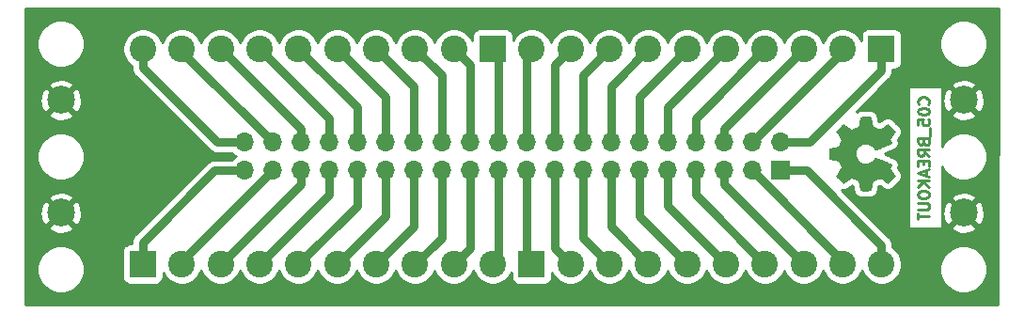
<source format=gbr>
G04 #@! TF.GenerationSoftware,KiCad,Pcbnew,5.1.5-52549c5~86~ubuntu18.04.1*
G04 #@! TF.CreationDate,2020-09-15T13:17:05-05:00*
G04 #@! TF.ProjectId,C05,4330352e-6b69-4636-9164-5f7063625858,rev?*
G04 #@! TF.SameCoordinates,Original*
G04 #@! TF.FileFunction,Copper,L2,Bot*
G04 #@! TF.FilePolarity,Positive*
%FSLAX46Y46*%
G04 Gerber Fmt 4.6, Leading zero omitted, Abs format (unit mm)*
G04 Created by KiCad (PCBNEW 5.1.5-52549c5~86~ubuntu18.04.1) date 2020-09-15 13:17:05*
%MOMM*%
%LPD*%
G04 APERTURE LIST*
%ADD10C,0.250000*%
%ADD11C,0.010000*%
%ADD12C,2.400000*%
%ADD13R,2.400000X2.400000*%
%ADD14O,1.700000X1.700000*%
%ADD15R,1.700000X1.700000*%
%ADD16C,2.499360*%
%ADD17C,0.750000*%
%ADD18C,0.254000*%
G04 APERTURE END LIST*
D10*
X101906342Y-29253466D02*
X101953961Y-29205847D01*
X102001580Y-29062990D01*
X102001580Y-28967752D01*
X101953961Y-28824895D01*
X101858723Y-28729657D01*
X101763485Y-28682038D01*
X101573009Y-28634419D01*
X101430152Y-28634419D01*
X101239676Y-28682038D01*
X101144438Y-28729657D01*
X101049200Y-28824895D01*
X101001580Y-28967752D01*
X101001580Y-29062990D01*
X101049200Y-29205847D01*
X101096819Y-29253466D01*
X101001580Y-29872514D02*
X101001580Y-29967752D01*
X101049200Y-30062990D01*
X101096819Y-30110609D01*
X101192057Y-30158228D01*
X101382533Y-30205847D01*
X101620628Y-30205847D01*
X101811104Y-30158228D01*
X101906342Y-30110609D01*
X101953961Y-30062990D01*
X102001580Y-29967752D01*
X102001580Y-29872514D01*
X101953961Y-29777276D01*
X101906342Y-29729657D01*
X101811104Y-29682038D01*
X101620628Y-29634419D01*
X101382533Y-29634419D01*
X101192057Y-29682038D01*
X101096819Y-29729657D01*
X101049200Y-29777276D01*
X101001580Y-29872514D01*
X101001580Y-31110609D02*
X101001580Y-30634419D01*
X101477771Y-30586800D01*
X101430152Y-30634419D01*
X101382533Y-30729657D01*
X101382533Y-30967752D01*
X101430152Y-31062990D01*
X101477771Y-31110609D01*
X101573009Y-31158228D01*
X101811104Y-31158228D01*
X101906342Y-31110609D01*
X101953961Y-31062990D01*
X102001580Y-30967752D01*
X102001580Y-30729657D01*
X101953961Y-30634419D01*
X101906342Y-30586800D01*
X102096819Y-31348704D02*
X102096819Y-32110609D01*
X101477771Y-32682038D02*
X101525390Y-32824895D01*
X101573009Y-32872514D01*
X101668247Y-32920133D01*
X101811104Y-32920133D01*
X101906342Y-32872514D01*
X101953961Y-32824895D01*
X102001580Y-32729657D01*
X102001580Y-32348704D01*
X101001580Y-32348704D01*
X101001580Y-32682038D01*
X101049200Y-32777276D01*
X101096819Y-32824895D01*
X101192057Y-32872514D01*
X101287295Y-32872514D01*
X101382533Y-32824895D01*
X101430152Y-32777276D01*
X101477771Y-32682038D01*
X101477771Y-32348704D01*
X102001580Y-33920133D02*
X101525390Y-33586800D01*
X102001580Y-33348704D02*
X101001580Y-33348704D01*
X101001580Y-33729657D01*
X101049200Y-33824895D01*
X101096819Y-33872514D01*
X101192057Y-33920133D01*
X101334914Y-33920133D01*
X101430152Y-33872514D01*
X101477771Y-33824895D01*
X101525390Y-33729657D01*
X101525390Y-33348704D01*
X101477771Y-34348704D02*
X101477771Y-34682038D01*
X102001580Y-34824895D02*
X102001580Y-34348704D01*
X101001580Y-34348704D01*
X101001580Y-34824895D01*
X101715866Y-35205847D02*
X101715866Y-35682038D01*
X102001580Y-35110609D02*
X101001580Y-35443942D01*
X102001580Y-35777276D01*
X102001580Y-36110609D02*
X101001580Y-36110609D01*
X102001580Y-36682038D02*
X101430152Y-36253466D01*
X101001580Y-36682038D02*
X101573009Y-36110609D01*
X101001580Y-37301085D02*
X101001580Y-37491561D01*
X101049200Y-37586800D01*
X101144438Y-37682038D01*
X101334914Y-37729657D01*
X101668247Y-37729657D01*
X101858723Y-37682038D01*
X101953961Y-37586800D01*
X102001580Y-37491561D01*
X102001580Y-37301085D01*
X101953961Y-37205847D01*
X101858723Y-37110609D01*
X101668247Y-37062990D01*
X101334914Y-37062990D01*
X101144438Y-37110609D01*
X101049200Y-37205847D01*
X101001580Y-37301085D01*
X101001580Y-38158228D02*
X101811104Y-38158228D01*
X101906342Y-38205847D01*
X101953961Y-38253466D01*
X102001580Y-38348704D01*
X102001580Y-38539180D01*
X101953961Y-38634419D01*
X101906342Y-38682038D01*
X101811104Y-38729657D01*
X101001580Y-38729657D01*
X101001580Y-39062990D02*
X101001580Y-39634419D01*
X102001580Y-39348704D02*
X101001580Y-39348704D01*
D11*
G36*
X93430131Y-34261614D02*
G01*
X93874755Y-34345435D01*
X94002253Y-34654720D01*
X94129751Y-34964006D01*
X93877446Y-35335046D01*
X93807196Y-35438957D01*
X93744472Y-35532887D01*
X93692138Y-35612452D01*
X93653057Y-35673270D01*
X93630093Y-35710957D01*
X93625142Y-35721221D01*
X93637876Y-35739710D01*
X93673082Y-35779220D01*
X93726262Y-35835322D01*
X93792918Y-35903587D01*
X93868554Y-35979586D01*
X93948672Y-36058892D01*
X94028774Y-36137075D01*
X94104364Y-36209707D01*
X94170945Y-36272359D01*
X94224018Y-36320603D01*
X94259087Y-36350010D01*
X94270823Y-36357041D01*
X94292460Y-36346923D01*
X94339862Y-36318559D01*
X94408393Y-36274929D01*
X94493415Y-36219018D01*
X94590293Y-36153806D01*
X94645550Y-36116019D01*
X94746448Y-36047143D01*
X94837499Y-35985940D01*
X94914170Y-35935378D01*
X94971928Y-35898428D01*
X95006243Y-35878058D01*
X95013454Y-35874997D01*
X95033948Y-35881936D01*
X95081713Y-35900851D01*
X95150032Y-35928887D01*
X95232189Y-35963191D01*
X95321470Y-36000909D01*
X95411158Y-36039187D01*
X95494538Y-36075170D01*
X95564894Y-36106006D01*
X95615510Y-36128839D01*
X95639671Y-36140817D01*
X95640622Y-36141524D01*
X95645236Y-36160331D01*
X95655528Y-36210418D01*
X95670487Y-36286593D01*
X95689101Y-36383665D01*
X95710359Y-36496443D01*
X95722618Y-36562242D01*
X95745562Y-36682750D01*
X95767395Y-36791597D01*
X95786922Y-36883276D01*
X95802948Y-36952281D01*
X95814279Y-36993104D01*
X95817874Y-37001311D01*
X95842206Y-37009348D01*
X95897159Y-37015833D01*
X95976308Y-37020770D01*
X96073226Y-37024164D01*
X96181487Y-37026018D01*
X96294665Y-37026338D01*
X96406335Y-37025127D01*
X96510068Y-37022390D01*
X96599441Y-37018131D01*
X96668026Y-37012355D01*
X96709397Y-37005067D01*
X96718010Y-37000695D01*
X96728333Y-36974564D01*
X96743092Y-36919193D01*
X96760552Y-36841907D01*
X96778980Y-36750030D01*
X96784941Y-36717958D01*
X96813266Y-36563324D01*
X96836076Y-36441175D01*
X96854280Y-36347473D01*
X96868783Y-36278184D01*
X96880492Y-36229271D01*
X96890315Y-36196697D01*
X96899156Y-36176428D01*
X96907924Y-36164426D01*
X96909657Y-36162747D01*
X96937571Y-36145984D01*
X96991895Y-36120414D01*
X97065977Y-36088588D01*
X97153165Y-36053060D01*
X97246808Y-36016383D01*
X97340252Y-35981111D01*
X97426847Y-35949796D01*
X97499940Y-35924993D01*
X97552878Y-35909254D01*
X97579011Y-35905132D01*
X97579926Y-35905476D01*
X97601286Y-35919441D01*
X97648284Y-35951122D01*
X97716027Y-35997191D01*
X97799623Y-36054318D01*
X97894182Y-36119173D01*
X97921054Y-36137643D01*
X98018475Y-36203499D01*
X98107363Y-36261450D01*
X98182612Y-36308338D01*
X98239120Y-36341007D01*
X98271781Y-36356300D01*
X98275793Y-36357041D01*
X98296884Y-36344192D01*
X98338664Y-36308688D01*
X98396645Y-36255093D01*
X98466335Y-36187971D01*
X98543245Y-36111887D01*
X98622883Y-36031404D01*
X98700761Y-35951087D01*
X98772386Y-35875499D01*
X98833270Y-35809205D01*
X98878921Y-35756769D01*
X98904850Y-35722755D01*
X98909083Y-35713345D01*
X98899112Y-35691443D01*
X98872220Y-35646600D01*
X98832936Y-35586121D01*
X98801317Y-35539589D01*
X98743298Y-35455275D01*
X98674984Y-35355426D01*
X98606779Y-35255273D01*
X98570275Y-35201427D01*
X98447000Y-35019171D01*
X98529720Y-34866181D01*
X98565959Y-34796482D01*
X98594126Y-34737214D01*
X98610191Y-34697111D01*
X98612426Y-34686903D01*
X98595922Y-34674629D01*
X98549282Y-34650413D01*
X98476809Y-34616063D01*
X98382806Y-34573388D01*
X98271574Y-34524194D01*
X98147415Y-34470290D01*
X98014632Y-34413484D01*
X97877527Y-34355582D01*
X97740402Y-34298393D01*
X97607558Y-34243724D01*
X97483298Y-34193384D01*
X97371925Y-34149180D01*
X97277739Y-34112919D01*
X97205044Y-34086409D01*
X97158141Y-34071458D01*
X97142033Y-34069054D01*
X97121486Y-34088111D01*
X97088133Y-34129836D01*
X97048902Y-34185506D01*
X97045799Y-34190178D01*
X96930623Y-34334064D01*
X96796253Y-34450083D01*
X96646984Y-34537230D01*
X96487113Y-34594499D01*
X96320937Y-34620886D01*
X96152752Y-34615385D01*
X95986855Y-34576990D01*
X95827542Y-34504695D01*
X95792687Y-34483426D01*
X95651937Y-34372796D01*
X95538914Y-34242102D01*
X95454203Y-34095864D01*
X95398394Y-33938608D01*
X95372074Y-33774857D01*
X95375830Y-33609133D01*
X95410250Y-33445962D01*
X95475923Y-33289865D01*
X95573435Y-33145367D01*
X95613013Y-33100669D01*
X95736903Y-32986912D01*
X95867324Y-32904018D01*
X96013515Y-32847156D01*
X96158288Y-32815487D01*
X96321060Y-32807669D01*
X96484640Y-32833738D01*
X96643498Y-32891045D01*
X96792106Y-32976944D01*
X96924935Y-33088786D01*
X97036456Y-33223923D01*
X97048211Y-33241683D01*
X97086708Y-33297950D01*
X97120063Y-33340723D01*
X97141360Y-33361172D01*
X97142033Y-33361469D01*
X97165071Y-33357079D01*
X97217357Y-33339676D01*
X97294590Y-33311068D01*
X97392468Y-33273065D01*
X97506691Y-33227474D01*
X97632958Y-33176103D01*
X97766967Y-33120762D01*
X97904418Y-33063258D01*
X98041008Y-33005401D01*
X98172437Y-32948998D01*
X98294405Y-32895858D01*
X98402609Y-32847790D01*
X98492749Y-32806601D01*
X98560523Y-32774101D01*
X98601630Y-32752097D01*
X98612426Y-32743236D01*
X98604019Y-32716160D01*
X98581472Y-32665497D01*
X98548813Y-32599983D01*
X98529720Y-32563959D01*
X98447000Y-32410968D01*
X98570275Y-32228712D01*
X98633428Y-32135675D01*
X98702927Y-32033815D01*
X98768365Y-31938362D01*
X98801317Y-31890550D01*
X98846473Y-31823305D01*
X98882257Y-31766364D01*
X98904138Y-31727154D01*
X98908763Y-31714419D01*
X98896285Y-31695883D01*
X98861452Y-31654859D01*
X98807878Y-31595325D01*
X98739183Y-31521258D01*
X98658981Y-31436635D01*
X98607486Y-31383115D01*
X98515486Y-31289481D01*
X98433199Y-31208559D01*
X98364145Y-31143623D01*
X98311844Y-31097942D01*
X98279816Y-31074789D01*
X98273316Y-31072568D01*
X98248594Y-31082876D01*
X98198605Y-31111361D01*
X98128412Y-31154863D01*
X98043075Y-31210223D01*
X97947656Y-31274280D01*
X97921054Y-31292497D01*
X97824367Y-31358873D01*
X97737317Y-31418422D01*
X97664795Y-31467816D01*
X97611693Y-31503725D01*
X97582903Y-31522819D01*
X97579926Y-31524664D01*
X97556982Y-31521905D01*
X97506536Y-31507262D01*
X97435241Y-31483287D01*
X97349747Y-31452534D01*
X97256707Y-31417556D01*
X97162774Y-31380907D01*
X97074599Y-31345139D01*
X96998834Y-31312806D01*
X96942131Y-31286462D01*
X96911143Y-31268658D01*
X96909657Y-31267393D01*
X96900801Y-31256506D01*
X96892043Y-31238118D01*
X96882477Y-31208194D01*
X96871196Y-31162697D01*
X96857293Y-31097591D01*
X96839863Y-31008839D01*
X96817998Y-30892407D01*
X96790791Y-30744258D01*
X96784941Y-30712182D01*
X96766574Y-30617114D01*
X96748605Y-30534235D01*
X96732769Y-30470870D01*
X96720800Y-30434342D01*
X96718010Y-30429444D01*
X96693272Y-30421373D01*
X96637990Y-30414813D01*
X96558589Y-30409767D01*
X96461496Y-30406241D01*
X96353138Y-30404239D01*
X96239940Y-30403764D01*
X96128328Y-30404823D01*
X96024729Y-30407418D01*
X95935568Y-30411554D01*
X95867272Y-30417237D01*
X95826266Y-30424469D01*
X95817874Y-30428829D01*
X95809408Y-30453102D01*
X95795635Y-30508374D01*
X95777750Y-30589138D01*
X95756948Y-30689888D01*
X95734423Y-30805117D01*
X95722618Y-30867898D01*
X95700351Y-30987013D01*
X95680179Y-31093235D01*
X95663115Y-31181373D01*
X95650169Y-31246234D01*
X95642355Y-31282626D01*
X95640622Y-31288616D01*
X95621090Y-31298739D01*
X95574043Y-31320138D01*
X95506203Y-31349961D01*
X95424291Y-31385355D01*
X95335028Y-31423468D01*
X95245135Y-31461447D01*
X95161335Y-31496440D01*
X95090347Y-31525594D01*
X95038894Y-31546057D01*
X95013697Y-31554977D01*
X95012596Y-31555143D01*
X94992719Y-31545031D01*
X94946977Y-31516683D01*
X94879917Y-31473077D01*
X94796084Y-31417194D01*
X94700026Y-31352013D01*
X94644850Y-31314121D01*
X94543681Y-31245075D01*
X94451830Y-31183750D01*
X94373944Y-31133137D01*
X94314669Y-31096229D01*
X94278651Y-31076018D01*
X94270577Y-31073099D01*
X94251784Y-31085647D01*
X94211657Y-31120337D01*
X94154693Y-31172737D01*
X94085385Y-31238416D01*
X94008231Y-31312944D01*
X93927725Y-31391887D01*
X93848363Y-31470817D01*
X93774640Y-31545300D01*
X93711052Y-31610906D01*
X93662094Y-31663204D01*
X93632261Y-31697761D01*
X93625142Y-31709322D01*
X93635153Y-31728146D01*
X93663278Y-31773169D01*
X93706654Y-31840013D01*
X93762418Y-31924301D01*
X93827706Y-32021656D01*
X93877446Y-32095093D01*
X94129751Y-32466133D01*
X93874755Y-33084705D01*
X93430131Y-33168525D01*
X92985507Y-33252346D01*
X92985507Y-34177794D01*
X93430131Y-34261614D01*
G37*
X93430131Y-34261614D02*
X93874755Y-34345435D01*
X94002253Y-34654720D01*
X94129751Y-34964006D01*
X93877446Y-35335046D01*
X93807196Y-35438957D01*
X93744472Y-35532887D01*
X93692138Y-35612452D01*
X93653057Y-35673270D01*
X93630093Y-35710957D01*
X93625142Y-35721221D01*
X93637876Y-35739710D01*
X93673082Y-35779220D01*
X93726262Y-35835322D01*
X93792918Y-35903587D01*
X93868554Y-35979586D01*
X93948672Y-36058892D01*
X94028774Y-36137075D01*
X94104364Y-36209707D01*
X94170945Y-36272359D01*
X94224018Y-36320603D01*
X94259087Y-36350010D01*
X94270823Y-36357041D01*
X94292460Y-36346923D01*
X94339862Y-36318559D01*
X94408393Y-36274929D01*
X94493415Y-36219018D01*
X94590293Y-36153806D01*
X94645550Y-36116019D01*
X94746448Y-36047143D01*
X94837499Y-35985940D01*
X94914170Y-35935378D01*
X94971928Y-35898428D01*
X95006243Y-35878058D01*
X95013454Y-35874997D01*
X95033948Y-35881936D01*
X95081713Y-35900851D01*
X95150032Y-35928887D01*
X95232189Y-35963191D01*
X95321470Y-36000909D01*
X95411158Y-36039187D01*
X95494538Y-36075170D01*
X95564894Y-36106006D01*
X95615510Y-36128839D01*
X95639671Y-36140817D01*
X95640622Y-36141524D01*
X95645236Y-36160331D01*
X95655528Y-36210418D01*
X95670487Y-36286593D01*
X95689101Y-36383665D01*
X95710359Y-36496443D01*
X95722618Y-36562242D01*
X95745562Y-36682750D01*
X95767395Y-36791597D01*
X95786922Y-36883276D01*
X95802948Y-36952281D01*
X95814279Y-36993104D01*
X95817874Y-37001311D01*
X95842206Y-37009348D01*
X95897159Y-37015833D01*
X95976308Y-37020770D01*
X96073226Y-37024164D01*
X96181487Y-37026018D01*
X96294665Y-37026338D01*
X96406335Y-37025127D01*
X96510068Y-37022390D01*
X96599441Y-37018131D01*
X96668026Y-37012355D01*
X96709397Y-37005067D01*
X96718010Y-37000695D01*
X96728333Y-36974564D01*
X96743092Y-36919193D01*
X96760552Y-36841907D01*
X96778980Y-36750030D01*
X96784941Y-36717958D01*
X96813266Y-36563324D01*
X96836076Y-36441175D01*
X96854280Y-36347473D01*
X96868783Y-36278184D01*
X96880492Y-36229271D01*
X96890315Y-36196697D01*
X96899156Y-36176428D01*
X96907924Y-36164426D01*
X96909657Y-36162747D01*
X96937571Y-36145984D01*
X96991895Y-36120414D01*
X97065977Y-36088588D01*
X97153165Y-36053060D01*
X97246808Y-36016383D01*
X97340252Y-35981111D01*
X97426847Y-35949796D01*
X97499940Y-35924993D01*
X97552878Y-35909254D01*
X97579011Y-35905132D01*
X97579926Y-35905476D01*
X97601286Y-35919441D01*
X97648284Y-35951122D01*
X97716027Y-35997191D01*
X97799623Y-36054318D01*
X97894182Y-36119173D01*
X97921054Y-36137643D01*
X98018475Y-36203499D01*
X98107363Y-36261450D01*
X98182612Y-36308338D01*
X98239120Y-36341007D01*
X98271781Y-36356300D01*
X98275793Y-36357041D01*
X98296884Y-36344192D01*
X98338664Y-36308688D01*
X98396645Y-36255093D01*
X98466335Y-36187971D01*
X98543245Y-36111887D01*
X98622883Y-36031404D01*
X98700761Y-35951087D01*
X98772386Y-35875499D01*
X98833270Y-35809205D01*
X98878921Y-35756769D01*
X98904850Y-35722755D01*
X98909083Y-35713345D01*
X98899112Y-35691443D01*
X98872220Y-35646600D01*
X98832936Y-35586121D01*
X98801317Y-35539589D01*
X98743298Y-35455275D01*
X98674984Y-35355426D01*
X98606779Y-35255273D01*
X98570275Y-35201427D01*
X98447000Y-35019171D01*
X98529720Y-34866181D01*
X98565959Y-34796482D01*
X98594126Y-34737214D01*
X98610191Y-34697111D01*
X98612426Y-34686903D01*
X98595922Y-34674629D01*
X98549282Y-34650413D01*
X98476809Y-34616063D01*
X98382806Y-34573388D01*
X98271574Y-34524194D01*
X98147415Y-34470290D01*
X98014632Y-34413484D01*
X97877527Y-34355582D01*
X97740402Y-34298393D01*
X97607558Y-34243724D01*
X97483298Y-34193384D01*
X97371925Y-34149180D01*
X97277739Y-34112919D01*
X97205044Y-34086409D01*
X97158141Y-34071458D01*
X97142033Y-34069054D01*
X97121486Y-34088111D01*
X97088133Y-34129836D01*
X97048902Y-34185506D01*
X97045799Y-34190178D01*
X96930623Y-34334064D01*
X96796253Y-34450083D01*
X96646984Y-34537230D01*
X96487113Y-34594499D01*
X96320937Y-34620886D01*
X96152752Y-34615385D01*
X95986855Y-34576990D01*
X95827542Y-34504695D01*
X95792687Y-34483426D01*
X95651937Y-34372796D01*
X95538914Y-34242102D01*
X95454203Y-34095864D01*
X95398394Y-33938608D01*
X95372074Y-33774857D01*
X95375830Y-33609133D01*
X95410250Y-33445962D01*
X95475923Y-33289865D01*
X95573435Y-33145367D01*
X95613013Y-33100669D01*
X95736903Y-32986912D01*
X95867324Y-32904018D01*
X96013515Y-32847156D01*
X96158288Y-32815487D01*
X96321060Y-32807669D01*
X96484640Y-32833738D01*
X96643498Y-32891045D01*
X96792106Y-32976944D01*
X96924935Y-33088786D01*
X97036456Y-33223923D01*
X97048211Y-33241683D01*
X97086708Y-33297950D01*
X97120063Y-33340723D01*
X97141360Y-33361172D01*
X97142033Y-33361469D01*
X97165071Y-33357079D01*
X97217357Y-33339676D01*
X97294590Y-33311068D01*
X97392468Y-33273065D01*
X97506691Y-33227474D01*
X97632958Y-33176103D01*
X97766967Y-33120762D01*
X97904418Y-33063258D01*
X98041008Y-33005401D01*
X98172437Y-32948998D01*
X98294405Y-32895858D01*
X98402609Y-32847790D01*
X98492749Y-32806601D01*
X98560523Y-32774101D01*
X98601630Y-32752097D01*
X98612426Y-32743236D01*
X98604019Y-32716160D01*
X98581472Y-32665497D01*
X98548813Y-32599983D01*
X98529720Y-32563959D01*
X98447000Y-32410968D01*
X98570275Y-32228712D01*
X98633428Y-32135675D01*
X98702927Y-32033815D01*
X98768365Y-31938362D01*
X98801317Y-31890550D01*
X98846473Y-31823305D01*
X98882257Y-31766364D01*
X98904138Y-31727154D01*
X98908763Y-31714419D01*
X98896285Y-31695883D01*
X98861452Y-31654859D01*
X98807878Y-31595325D01*
X98739183Y-31521258D01*
X98658981Y-31436635D01*
X98607486Y-31383115D01*
X98515486Y-31289481D01*
X98433199Y-31208559D01*
X98364145Y-31143623D01*
X98311844Y-31097942D01*
X98279816Y-31074789D01*
X98273316Y-31072568D01*
X98248594Y-31082876D01*
X98198605Y-31111361D01*
X98128412Y-31154863D01*
X98043075Y-31210223D01*
X97947656Y-31274280D01*
X97921054Y-31292497D01*
X97824367Y-31358873D01*
X97737317Y-31418422D01*
X97664795Y-31467816D01*
X97611693Y-31503725D01*
X97582903Y-31522819D01*
X97579926Y-31524664D01*
X97556982Y-31521905D01*
X97506536Y-31507262D01*
X97435241Y-31483287D01*
X97349747Y-31452534D01*
X97256707Y-31417556D01*
X97162774Y-31380907D01*
X97074599Y-31345139D01*
X96998834Y-31312806D01*
X96942131Y-31286462D01*
X96911143Y-31268658D01*
X96909657Y-31267393D01*
X96900801Y-31256506D01*
X96892043Y-31238118D01*
X96882477Y-31208194D01*
X96871196Y-31162697D01*
X96857293Y-31097591D01*
X96839863Y-31008839D01*
X96817998Y-30892407D01*
X96790791Y-30744258D01*
X96784941Y-30712182D01*
X96766574Y-30617114D01*
X96748605Y-30534235D01*
X96732769Y-30470870D01*
X96720800Y-30434342D01*
X96718010Y-30429444D01*
X96693272Y-30421373D01*
X96637990Y-30414813D01*
X96558589Y-30409767D01*
X96461496Y-30406241D01*
X96353138Y-30404239D01*
X96239940Y-30403764D01*
X96128328Y-30404823D01*
X96024729Y-30407418D01*
X95935568Y-30411554D01*
X95867272Y-30417237D01*
X95826266Y-30424469D01*
X95817874Y-30428829D01*
X95809408Y-30453102D01*
X95795635Y-30508374D01*
X95777750Y-30589138D01*
X95756948Y-30689888D01*
X95734423Y-30805117D01*
X95722618Y-30867898D01*
X95700351Y-30987013D01*
X95680179Y-31093235D01*
X95663115Y-31181373D01*
X95650169Y-31246234D01*
X95642355Y-31282626D01*
X95640622Y-31288616D01*
X95621090Y-31298739D01*
X95574043Y-31320138D01*
X95506203Y-31349961D01*
X95424291Y-31385355D01*
X95335028Y-31423468D01*
X95245135Y-31461447D01*
X95161335Y-31496440D01*
X95090347Y-31525594D01*
X95038894Y-31546057D01*
X95013697Y-31554977D01*
X95012596Y-31555143D01*
X94992719Y-31545031D01*
X94946977Y-31516683D01*
X94879917Y-31473077D01*
X94796084Y-31417194D01*
X94700026Y-31352013D01*
X94644850Y-31314121D01*
X94543681Y-31245075D01*
X94451830Y-31183750D01*
X94373944Y-31133137D01*
X94314669Y-31096229D01*
X94278651Y-31076018D01*
X94270577Y-31073099D01*
X94251784Y-31085647D01*
X94211657Y-31120337D01*
X94154693Y-31172737D01*
X94085385Y-31238416D01*
X94008231Y-31312944D01*
X93927725Y-31391887D01*
X93848363Y-31470817D01*
X93774640Y-31545300D01*
X93711052Y-31610906D01*
X93662094Y-31663204D01*
X93632261Y-31697761D01*
X93625142Y-31709322D01*
X93635153Y-31728146D01*
X93663278Y-31773169D01*
X93706654Y-31840013D01*
X93762418Y-31924301D01*
X93827706Y-32021656D01*
X93877446Y-32095093D01*
X94129751Y-32466133D01*
X93874755Y-33084705D01*
X93430131Y-33168525D01*
X92985507Y-33252346D01*
X92985507Y-34177794D01*
X93430131Y-34261614D01*
D12*
X31200000Y-24277400D03*
X34700000Y-24277400D03*
X38200000Y-24277400D03*
X41700000Y-24277400D03*
X45200000Y-24277400D03*
X48700000Y-24277400D03*
X52200000Y-24277400D03*
X55700000Y-24277400D03*
X59200000Y-24277400D03*
D13*
X62700000Y-24277400D03*
D12*
X66200000Y-24277400D03*
X69700000Y-24277400D03*
X73200000Y-24277400D03*
X76700000Y-24277400D03*
X80200000Y-24277400D03*
X83700000Y-24277400D03*
X87200000Y-24277400D03*
X90700000Y-24277400D03*
X94200000Y-24277400D03*
D13*
X97700000Y-24277400D03*
D12*
X62700000Y-43662600D03*
X59200000Y-43662600D03*
X55700000Y-43662600D03*
X52200000Y-43662600D03*
X48700000Y-43662600D03*
X45200000Y-43662600D03*
X41700000Y-43662600D03*
X38200000Y-43662600D03*
X34700000Y-43662600D03*
D13*
X31200000Y-43662600D03*
D14*
X40320000Y-32700000D03*
X40320000Y-35240000D03*
X42860000Y-32700000D03*
X42860000Y-35240000D03*
X45400000Y-32700000D03*
X45400000Y-35240000D03*
X47940000Y-32700000D03*
X47940000Y-35240000D03*
X50480000Y-32700000D03*
X50480000Y-35240000D03*
X53020000Y-32700000D03*
X53020000Y-35240000D03*
X55560000Y-32700000D03*
X55560000Y-35240000D03*
X58100000Y-32700000D03*
X58100000Y-35240000D03*
X60640000Y-32700000D03*
X60640000Y-35240000D03*
X63180000Y-32700000D03*
X63180000Y-35240000D03*
X65720000Y-32700000D03*
X65720000Y-35240000D03*
X68260000Y-32700000D03*
X68260000Y-35240000D03*
X70800000Y-32700000D03*
X70800000Y-35240000D03*
X73340000Y-32700000D03*
X73340000Y-35240000D03*
X75880000Y-32700000D03*
X75880000Y-35240000D03*
X78420000Y-32700000D03*
X78420000Y-35240000D03*
X80960000Y-32700000D03*
X80960000Y-35240000D03*
X83500000Y-32700000D03*
X83500000Y-35240000D03*
X86040000Y-32700000D03*
X86040000Y-35240000D03*
X88580000Y-32700000D03*
D15*
X88580000Y-35240000D03*
D12*
X97700000Y-43662600D03*
X94200000Y-43662600D03*
X90700000Y-43662600D03*
X87200000Y-43662600D03*
X83700000Y-43662600D03*
X80200000Y-43662600D03*
X76700000Y-43662600D03*
X73200000Y-43662600D03*
X69700000Y-43662600D03*
D13*
X66200000Y-43662600D03*
D16*
X105090000Y-39050000D03*
X105090000Y-28890000D03*
X23810000Y-28890000D03*
X23810000Y-39050000D03*
D17*
X90180000Y-35240000D02*
X88580000Y-35240000D01*
X90974456Y-35240000D02*
X90180000Y-35240000D01*
X97700000Y-43662600D02*
X97700000Y-41965544D01*
X97700000Y-41965544D02*
X90974456Y-35240000D01*
X94200000Y-43400000D02*
X94200000Y-43662600D01*
X86040000Y-35240000D02*
X94200000Y-43400000D01*
X83500000Y-36462600D02*
X90700000Y-43662600D01*
X83500000Y-35240000D02*
X83500000Y-36462600D01*
X80960000Y-37422600D02*
X87200000Y-43662600D01*
X80960000Y-35240000D02*
X80960000Y-37422600D01*
X78420000Y-38382600D02*
X83700000Y-43662600D01*
X78420000Y-35240000D02*
X78420000Y-38382600D01*
X75880000Y-39342600D02*
X80200000Y-43662600D01*
X75880000Y-35240000D02*
X75880000Y-39342600D01*
X73340000Y-40302600D02*
X76700000Y-43662600D01*
X73340000Y-35240000D02*
X73340000Y-40302600D01*
X70800000Y-41262600D02*
X73200000Y-43662600D01*
X70800000Y-35240000D02*
X70800000Y-41262600D01*
X68260000Y-42222600D02*
X69700000Y-43662600D01*
X68260000Y-35240000D02*
X68260000Y-42222600D01*
X65720000Y-43182600D02*
X66200000Y-43662600D01*
X65720000Y-35240000D02*
X65720000Y-43182600D01*
X39117919Y-32700000D02*
X40320000Y-32700000D01*
X37925544Y-32700000D02*
X39117919Y-32700000D01*
X31200000Y-24277400D02*
X31200000Y-25974456D01*
X31200000Y-25974456D02*
X37925544Y-32700000D01*
X39117919Y-35240000D02*
X40320000Y-35240000D01*
X37672600Y-35240000D02*
X39117919Y-35240000D01*
X31200000Y-43662600D02*
X31200000Y-41712600D01*
X31200000Y-41712600D02*
X37672600Y-35240000D01*
X34700000Y-24540000D02*
X34700000Y-24277400D01*
X42860000Y-32700000D02*
X34700000Y-24540000D01*
X34700000Y-43400000D02*
X34700000Y-43662600D01*
X42860000Y-35240000D02*
X34700000Y-43400000D01*
X45400000Y-31477400D02*
X38200000Y-24277400D01*
X45400000Y-32700000D02*
X45400000Y-31477400D01*
X45400000Y-36462600D02*
X38200000Y-43662600D01*
X45400000Y-35240000D02*
X45400000Y-36462600D01*
X47940000Y-30517400D02*
X41700000Y-24277400D01*
X47940000Y-32700000D02*
X47940000Y-30517400D01*
X47940000Y-37422600D02*
X41700000Y-43662600D01*
X47940000Y-35240000D02*
X47940000Y-37422600D01*
X50480000Y-29557400D02*
X45200000Y-24277400D01*
X50480000Y-32700000D02*
X50480000Y-29557400D01*
X50480000Y-38382600D02*
X45200000Y-43662600D01*
X50480000Y-35240000D02*
X50480000Y-38382600D01*
X53020000Y-28597400D02*
X48700000Y-24277400D01*
X53020000Y-32700000D02*
X53020000Y-28597400D01*
X53020000Y-39342600D02*
X48700000Y-43662600D01*
X53020000Y-35240000D02*
X53020000Y-39342600D01*
X55560000Y-27637400D02*
X52200000Y-24277400D01*
X55560000Y-32700000D02*
X55560000Y-27637400D01*
X55560000Y-40302600D02*
X52200000Y-43662600D01*
X55560000Y-35240000D02*
X55560000Y-40302600D01*
X58100000Y-26677400D02*
X55700000Y-24277400D01*
X58100000Y-32700000D02*
X58100000Y-26677400D01*
X58100000Y-41262600D02*
X55700000Y-43662600D01*
X58100000Y-35240000D02*
X58100000Y-41262600D01*
X60640000Y-25717400D02*
X59200000Y-24277400D01*
X60640000Y-32700000D02*
X60640000Y-25717400D01*
X60640000Y-42222600D02*
X59200000Y-43662600D01*
X60640000Y-35240000D02*
X60640000Y-42222600D01*
X63180000Y-24757400D02*
X62700000Y-24277400D01*
X63180000Y-32700000D02*
X63180000Y-24757400D01*
X63180000Y-43182600D02*
X62700000Y-43662600D01*
X63180000Y-35240000D02*
X63180000Y-43182600D01*
X65720000Y-24757400D02*
X66200000Y-24277400D01*
X65720000Y-32700000D02*
X65720000Y-24757400D01*
X68260000Y-25717400D02*
X69700000Y-24277400D01*
X68260000Y-32700000D02*
X68260000Y-25717400D01*
X70800000Y-26677400D02*
X73200000Y-24277400D01*
X70800000Y-32700000D02*
X70800000Y-26677400D01*
X73340000Y-27637400D02*
X76700000Y-24277400D01*
X73340000Y-32700000D02*
X73340000Y-27637400D01*
X75880000Y-28597400D02*
X80200000Y-24277400D01*
X75880000Y-32700000D02*
X75880000Y-28597400D01*
X78420000Y-29557400D02*
X83700000Y-24277400D01*
X78420000Y-32700000D02*
X78420000Y-29557400D01*
X80960000Y-30517400D02*
X87200000Y-24277400D01*
X80960000Y-32700000D02*
X80960000Y-30517400D01*
X83500000Y-31477400D02*
X90700000Y-24277400D01*
X83500000Y-32700000D02*
X83500000Y-31477400D01*
X94200000Y-24540000D02*
X94200000Y-24277400D01*
X86040000Y-32700000D02*
X94200000Y-24540000D01*
X89782081Y-32700000D02*
X88580000Y-32700000D01*
X91227400Y-32700000D02*
X89782081Y-32700000D01*
X97700000Y-24277400D02*
X97700000Y-26227400D01*
X97700000Y-26227400D02*
X91227400Y-32700000D01*
D18*
G36*
X108153560Y-47269400D02*
G01*
X20660000Y-47269400D01*
X20660000Y-43919721D01*
X21675000Y-43919721D01*
X21675000Y-44340279D01*
X21757047Y-44752756D01*
X21917988Y-45141302D01*
X22151637Y-45490983D01*
X22449017Y-45788363D01*
X22798698Y-46022012D01*
X23187244Y-46182953D01*
X23599721Y-46265000D01*
X24020279Y-46265000D01*
X24432756Y-46182953D01*
X24821302Y-46022012D01*
X25170983Y-45788363D01*
X25468363Y-45490983D01*
X25702012Y-45141302D01*
X25862953Y-44752756D01*
X25945000Y-44340279D01*
X25945000Y-43919721D01*
X25862953Y-43507244D01*
X25702012Y-43118698D01*
X25468363Y-42769017D01*
X25170983Y-42471637D01*
X25157459Y-42462600D01*
X29361928Y-42462600D01*
X29361928Y-44862600D01*
X29374188Y-44987082D01*
X29410498Y-45106780D01*
X29469463Y-45217094D01*
X29548815Y-45313785D01*
X29645506Y-45393137D01*
X29755820Y-45452102D01*
X29875518Y-45488412D01*
X30000000Y-45500672D01*
X32400000Y-45500672D01*
X32524482Y-45488412D01*
X32644180Y-45452102D01*
X32754494Y-45393137D01*
X32851185Y-45313785D01*
X32930537Y-45217094D01*
X32989502Y-45106780D01*
X33025812Y-44987082D01*
X33038072Y-44862600D01*
X33038072Y-44445438D01*
X33073844Y-44531799D01*
X33274662Y-44832344D01*
X33530256Y-45087938D01*
X33830801Y-45288756D01*
X34164750Y-45427082D01*
X34519268Y-45497600D01*
X34880732Y-45497600D01*
X35235250Y-45427082D01*
X35569199Y-45288756D01*
X35869744Y-45087938D01*
X36125338Y-44832344D01*
X36326156Y-44531799D01*
X36450000Y-44232813D01*
X36573844Y-44531799D01*
X36774662Y-44832344D01*
X37030256Y-45087938D01*
X37330801Y-45288756D01*
X37664750Y-45427082D01*
X38019268Y-45497600D01*
X38380732Y-45497600D01*
X38735250Y-45427082D01*
X39069199Y-45288756D01*
X39369744Y-45087938D01*
X39625338Y-44832344D01*
X39826156Y-44531799D01*
X39950000Y-44232813D01*
X40073844Y-44531799D01*
X40274662Y-44832344D01*
X40530256Y-45087938D01*
X40830801Y-45288756D01*
X41164750Y-45427082D01*
X41519268Y-45497600D01*
X41880732Y-45497600D01*
X42235250Y-45427082D01*
X42569199Y-45288756D01*
X42869744Y-45087938D01*
X43125338Y-44832344D01*
X43326156Y-44531799D01*
X43450000Y-44232813D01*
X43573844Y-44531799D01*
X43774662Y-44832344D01*
X44030256Y-45087938D01*
X44330801Y-45288756D01*
X44664750Y-45427082D01*
X45019268Y-45497600D01*
X45380732Y-45497600D01*
X45735250Y-45427082D01*
X46069199Y-45288756D01*
X46369744Y-45087938D01*
X46625338Y-44832344D01*
X46826156Y-44531799D01*
X46950000Y-44232813D01*
X47073844Y-44531799D01*
X47274662Y-44832344D01*
X47530256Y-45087938D01*
X47830801Y-45288756D01*
X48164750Y-45427082D01*
X48519268Y-45497600D01*
X48880732Y-45497600D01*
X49235250Y-45427082D01*
X49569199Y-45288756D01*
X49869744Y-45087938D01*
X50125338Y-44832344D01*
X50326156Y-44531799D01*
X50450000Y-44232813D01*
X50573844Y-44531799D01*
X50774662Y-44832344D01*
X51030256Y-45087938D01*
X51330801Y-45288756D01*
X51664750Y-45427082D01*
X52019268Y-45497600D01*
X52380732Y-45497600D01*
X52735250Y-45427082D01*
X53069199Y-45288756D01*
X53369744Y-45087938D01*
X53625338Y-44832344D01*
X53826156Y-44531799D01*
X53950000Y-44232813D01*
X54073844Y-44531799D01*
X54274662Y-44832344D01*
X54530256Y-45087938D01*
X54830801Y-45288756D01*
X55164750Y-45427082D01*
X55519268Y-45497600D01*
X55880732Y-45497600D01*
X56235250Y-45427082D01*
X56569199Y-45288756D01*
X56869744Y-45087938D01*
X57125338Y-44832344D01*
X57326156Y-44531799D01*
X57450000Y-44232813D01*
X57573844Y-44531799D01*
X57774662Y-44832344D01*
X58030256Y-45087938D01*
X58330801Y-45288756D01*
X58664750Y-45427082D01*
X59019268Y-45497600D01*
X59380732Y-45497600D01*
X59735250Y-45427082D01*
X60069199Y-45288756D01*
X60369744Y-45087938D01*
X60625338Y-44832344D01*
X60826156Y-44531799D01*
X60950000Y-44232813D01*
X61073844Y-44531799D01*
X61274662Y-44832344D01*
X61530256Y-45087938D01*
X61830801Y-45288756D01*
X62164750Y-45427082D01*
X62519268Y-45497600D01*
X62880732Y-45497600D01*
X63235250Y-45427082D01*
X63569199Y-45288756D01*
X63869744Y-45087938D01*
X64125338Y-44832344D01*
X64326156Y-44531799D01*
X64361928Y-44445438D01*
X64361928Y-44862600D01*
X64374188Y-44987082D01*
X64410498Y-45106780D01*
X64469463Y-45217094D01*
X64548815Y-45313785D01*
X64645506Y-45393137D01*
X64755820Y-45452102D01*
X64875518Y-45488412D01*
X65000000Y-45500672D01*
X67400000Y-45500672D01*
X67524482Y-45488412D01*
X67644180Y-45452102D01*
X67754494Y-45393137D01*
X67851185Y-45313785D01*
X67930537Y-45217094D01*
X67989502Y-45106780D01*
X68025812Y-44987082D01*
X68038072Y-44862600D01*
X68038072Y-44445438D01*
X68073844Y-44531799D01*
X68274662Y-44832344D01*
X68530256Y-45087938D01*
X68830801Y-45288756D01*
X69164750Y-45427082D01*
X69519268Y-45497600D01*
X69880732Y-45497600D01*
X70235250Y-45427082D01*
X70569199Y-45288756D01*
X70869744Y-45087938D01*
X71125338Y-44832344D01*
X71326156Y-44531799D01*
X71450000Y-44232813D01*
X71573844Y-44531799D01*
X71774662Y-44832344D01*
X72030256Y-45087938D01*
X72330801Y-45288756D01*
X72664750Y-45427082D01*
X73019268Y-45497600D01*
X73380732Y-45497600D01*
X73735250Y-45427082D01*
X74069199Y-45288756D01*
X74369744Y-45087938D01*
X74625338Y-44832344D01*
X74826156Y-44531799D01*
X74950000Y-44232813D01*
X75073844Y-44531799D01*
X75274662Y-44832344D01*
X75530256Y-45087938D01*
X75830801Y-45288756D01*
X76164750Y-45427082D01*
X76519268Y-45497600D01*
X76880732Y-45497600D01*
X77235250Y-45427082D01*
X77569199Y-45288756D01*
X77869744Y-45087938D01*
X78125338Y-44832344D01*
X78326156Y-44531799D01*
X78450000Y-44232813D01*
X78573844Y-44531799D01*
X78774662Y-44832344D01*
X79030256Y-45087938D01*
X79330801Y-45288756D01*
X79664750Y-45427082D01*
X80019268Y-45497600D01*
X80380732Y-45497600D01*
X80735250Y-45427082D01*
X81069199Y-45288756D01*
X81369744Y-45087938D01*
X81625338Y-44832344D01*
X81826156Y-44531799D01*
X81950000Y-44232813D01*
X82073844Y-44531799D01*
X82274662Y-44832344D01*
X82530256Y-45087938D01*
X82830801Y-45288756D01*
X83164750Y-45427082D01*
X83519268Y-45497600D01*
X83880732Y-45497600D01*
X84235250Y-45427082D01*
X84569199Y-45288756D01*
X84869744Y-45087938D01*
X85125338Y-44832344D01*
X85326156Y-44531799D01*
X85450000Y-44232813D01*
X85573844Y-44531799D01*
X85774662Y-44832344D01*
X86030256Y-45087938D01*
X86330801Y-45288756D01*
X86664750Y-45427082D01*
X87019268Y-45497600D01*
X87380732Y-45497600D01*
X87735250Y-45427082D01*
X88069199Y-45288756D01*
X88369744Y-45087938D01*
X88625338Y-44832344D01*
X88826156Y-44531799D01*
X88950000Y-44232813D01*
X89073844Y-44531799D01*
X89274662Y-44832344D01*
X89530256Y-45087938D01*
X89830801Y-45288756D01*
X90164750Y-45427082D01*
X90519268Y-45497600D01*
X90880732Y-45497600D01*
X91235250Y-45427082D01*
X91569199Y-45288756D01*
X91869744Y-45087938D01*
X92125338Y-44832344D01*
X92326156Y-44531799D01*
X92450000Y-44232813D01*
X92573844Y-44531799D01*
X92774662Y-44832344D01*
X93030256Y-45087938D01*
X93330801Y-45288756D01*
X93664750Y-45427082D01*
X94019268Y-45497600D01*
X94380732Y-45497600D01*
X94735250Y-45427082D01*
X95069199Y-45288756D01*
X95369744Y-45087938D01*
X95625338Y-44832344D01*
X95826156Y-44531799D01*
X95950000Y-44232813D01*
X96073844Y-44531799D01*
X96274662Y-44832344D01*
X96530256Y-45087938D01*
X96830801Y-45288756D01*
X97164750Y-45427082D01*
X97519268Y-45497600D01*
X97880732Y-45497600D01*
X98235250Y-45427082D01*
X98569199Y-45288756D01*
X98869744Y-45087938D01*
X99125338Y-44832344D01*
X99326156Y-44531799D01*
X99464482Y-44197850D01*
X99519805Y-43919721D01*
X102955000Y-43919721D01*
X102955000Y-44340279D01*
X103037047Y-44752756D01*
X103197988Y-45141302D01*
X103431637Y-45490983D01*
X103729017Y-45788363D01*
X104078698Y-46022012D01*
X104467244Y-46182953D01*
X104879721Y-46265000D01*
X105300279Y-46265000D01*
X105712756Y-46182953D01*
X106101302Y-46022012D01*
X106450983Y-45788363D01*
X106748363Y-45490983D01*
X106982012Y-45141302D01*
X107142953Y-44752756D01*
X107225000Y-44340279D01*
X107225000Y-43919721D01*
X107142953Y-43507244D01*
X106982012Y-43118698D01*
X106748363Y-42769017D01*
X106450983Y-42471637D01*
X106101302Y-42237988D01*
X105712756Y-42077047D01*
X105300279Y-41995000D01*
X104879721Y-41995000D01*
X104467244Y-42077047D01*
X104078698Y-42237988D01*
X103729017Y-42471637D01*
X103431637Y-42769017D01*
X103197988Y-43118698D01*
X103037047Y-43507244D01*
X102955000Y-43919721D01*
X99519805Y-43919721D01*
X99535000Y-43843332D01*
X99535000Y-43481868D01*
X99464482Y-43127350D01*
X99326156Y-42793401D01*
X99125338Y-42492856D01*
X98869744Y-42237262D01*
X98710000Y-42130524D01*
X98710000Y-42015152D01*
X98714886Y-41965544D01*
X98695385Y-41767549D01*
X98637632Y-41577164D01*
X98604194Y-41514606D01*
X98543847Y-41401704D01*
X98417633Y-41247911D01*
X98379100Y-41216288D01*
X94145693Y-36982882D01*
X94166977Y-36988560D01*
X94171528Y-36988857D01*
X94175941Y-36989968D01*
X94233772Y-36992924D01*
X94291618Y-36996704D01*
X94296135Y-36996112D01*
X94300685Y-36996345D01*
X94358047Y-36988002D01*
X94415466Y-36980481D01*
X94419780Y-36979024D01*
X94424291Y-36978368D01*
X94478904Y-36959056D01*
X94495696Y-36953385D01*
X94499715Y-36952435D01*
X94503173Y-36950859D01*
X94533805Y-36940514D01*
X94541926Y-36936785D01*
X94563563Y-36926667D01*
X94587768Y-36912317D01*
X94613379Y-36900648D01*
X94621079Y-36896113D01*
X94668481Y-36867749D01*
X94672030Y-36865123D01*
X94676000Y-36863180D01*
X94683571Y-36858433D01*
X94752102Y-36814803D01*
X94752303Y-36814645D01*
X94752540Y-36814525D01*
X94760040Y-36809667D01*
X94845062Y-36753756D01*
X94845153Y-36753682D01*
X94850797Y-36749940D01*
X94947675Y-36684728D01*
X94947795Y-36684629D01*
X94951558Y-36682094D01*
X95006378Y-36644605D01*
X95077823Y-36595835D01*
X95081381Y-36614713D01*
X95093445Y-36679463D01*
X95093478Y-36679579D01*
X95093912Y-36681944D01*
X95116856Y-36802452D01*
X95116893Y-36802577D01*
X95118061Y-36808617D01*
X95139894Y-36917464D01*
X95139917Y-36917539D01*
X95141436Y-36924922D01*
X95160963Y-37016600D01*
X95161389Y-37017942D01*
X95161553Y-37019341D01*
X95163514Y-37028059D01*
X95179540Y-37097064D01*
X95182477Y-37105754D01*
X95183932Y-37114824D01*
X95186263Y-37123451D01*
X95197593Y-37164273D01*
X95212363Y-37202526D01*
X95224526Y-37241684D01*
X95228055Y-37249894D01*
X95231650Y-37258101D01*
X95238398Y-37270149D01*
X95243241Y-37283086D01*
X95268877Y-37324560D01*
X95292692Y-37367075D01*
X95301651Y-37377581D01*
X95308915Y-37389333D01*
X95342121Y-37425040D01*
X95373738Y-37462118D01*
X95384566Y-37470683D01*
X95393975Y-37480801D01*
X95433475Y-37509371D01*
X95471701Y-37539609D01*
X95483994Y-37545912D01*
X95495182Y-37554004D01*
X95539464Y-37574352D01*
X95582850Y-37596596D01*
X95596132Y-37600390D01*
X95608679Y-37606156D01*
X95617145Y-37609018D01*
X95641477Y-37617055D01*
X95699980Y-37630216D01*
X95758333Y-37643829D01*
X95763185Y-37644436D01*
X95763337Y-37644470D01*
X95763490Y-37644474D01*
X95767200Y-37644938D01*
X95822153Y-37651423D01*
X95835378Y-37651684D01*
X95848401Y-37653973D01*
X95857316Y-37654592D01*
X95936465Y-37659529D01*
X95940746Y-37659377D01*
X95944981Y-37660003D01*
X95953909Y-37660378D01*
X96050827Y-37663772D01*
X96052084Y-37663693D01*
X96053334Y-37663855D01*
X96062267Y-37664070D01*
X96170529Y-37665924D01*
X96170634Y-37665916D01*
X96170742Y-37665928D01*
X96179677Y-37666015D01*
X96292664Y-37666334D01*
X96292669Y-37666335D01*
X96292855Y-37666335D01*
X96292863Y-37666334D01*
X96301605Y-37666300D01*
X96413275Y-37665089D01*
X96413774Y-37665035D01*
X96414281Y-37665078D01*
X96423216Y-37664904D01*
X96526948Y-37662167D01*
X96529265Y-37661878D01*
X96531603Y-37662028D01*
X96540532Y-37661665D01*
X96629905Y-37657406D01*
X96637034Y-37656362D01*
X96644240Y-37656562D01*
X96653150Y-37655873D01*
X96721735Y-37650097D01*
X96745809Y-37645673D01*
X96770249Y-37644139D01*
X96779060Y-37642650D01*
X96820431Y-37635362D01*
X96846944Y-37627964D01*
X96874098Y-37623511D01*
X96906951Y-37611220D01*
X96940741Y-37601791D01*
X96957736Y-37593210D01*
X96966469Y-37590499D01*
X96975701Y-37585498D01*
X96991084Y-37579743D01*
X96999080Y-37575754D01*
X97007693Y-37571382D01*
X97033346Y-37555031D01*
X97052240Y-37545491D01*
X97058310Y-37540750D01*
X97076297Y-37531007D01*
X97093829Y-37516481D01*
X97113023Y-37504247D01*
X97141804Y-37476731D01*
X97172479Y-37451315D01*
X97186857Y-37433658D01*
X97203307Y-37417931D01*
X97226199Y-37385345D01*
X97251349Y-37354459D01*
X97262020Y-37334354D01*
X97275107Y-37315724D01*
X97291234Y-37279308D01*
X97309905Y-37244130D01*
X97313246Y-37235842D01*
X97323569Y-37209711D01*
X97332528Y-37178377D01*
X97344380Y-37148018D01*
X97346742Y-37139399D01*
X97361501Y-37084029D01*
X97362768Y-37076313D01*
X97365330Y-37068927D01*
X97367360Y-37060224D01*
X97384820Y-36982938D01*
X97385230Y-36979660D01*
X97386236Y-36976516D01*
X97388054Y-36967767D01*
X97406482Y-36875890D01*
X97406489Y-36875824D01*
X97406510Y-36875754D01*
X97408204Y-36866979D01*
X97414165Y-36834908D01*
X97414173Y-36834816D01*
X97414467Y-36833271D01*
X97442585Y-36679770D01*
X97453208Y-36622881D01*
X97476514Y-36613753D01*
X97481194Y-36611986D01*
X97532189Y-36646962D01*
X97558535Y-36665071D01*
X97558672Y-36665147D01*
X97562629Y-36667862D01*
X97660050Y-36733718D01*
X97660820Y-36734135D01*
X97661494Y-36734691D01*
X97668946Y-36739623D01*
X97757834Y-36797574D01*
X97759697Y-36798544D01*
X97761353Y-36799853D01*
X97768904Y-36804631D01*
X97844154Y-36851519D01*
X97849646Y-36854237D01*
X97854583Y-36857881D01*
X97862288Y-36862407D01*
X97918796Y-36895076D01*
X97939896Y-36904662D01*
X97959661Y-36916770D01*
X97967727Y-36920616D01*
X98000388Y-36935909D01*
X98014257Y-36940818D01*
X98027232Y-36947735D01*
X98073035Y-36961620D01*
X98118137Y-36977583D01*
X98132681Y-36979702D01*
X98146765Y-36983972D01*
X98155542Y-36985656D01*
X98159554Y-36986397D01*
X98200807Y-36989908D01*
X98241746Y-36996135D01*
X98262909Y-36995192D01*
X98284010Y-36996988D01*
X98325151Y-36992420D01*
X98366528Y-36990577D01*
X98387108Y-36985541D01*
X98408153Y-36983204D01*
X98447637Y-36970728D01*
X98487855Y-36960886D01*
X98507053Y-36951954D01*
X98527255Y-36945571D01*
X98563564Y-36925663D01*
X98601103Y-36908198D01*
X98608767Y-36903601D01*
X98629858Y-36890752D01*
X98666468Y-36863214D01*
X98704468Y-36837624D01*
X98711318Y-36831885D01*
X98753098Y-36796381D01*
X98759298Y-36789970D01*
X98766483Y-36784683D01*
X98773087Y-36778663D01*
X98831068Y-36725068D01*
X98832468Y-36723494D01*
X98834141Y-36722209D01*
X98840621Y-36716055D01*
X98910311Y-36648932D01*
X98910328Y-36648912D01*
X98916434Y-36642956D01*
X98993344Y-36566872D01*
X98993421Y-36566779D01*
X98998175Y-36562041D01*
X99077813Y-36481558D01*
X99077895Y-36481457D01*
X99082354Y-36476922D01*
X99160232Y-36396605D01*
X99160291Y-36396531D01*
X99165324Y-36391293D01*
X99236949Y-36315705D01*
X99237269Y-36315293D01*
X99237669Y-36314945D01*
X99243759Y-36308405D01*
X99304643Y-36242111D01*
X99307073Y-36238882D01*
X99310055Y-36236144D01*
X99315969Y-36229445D01*
X99361620Y-36177009D01*
X99371114Y-36163671D01*
X99382433Y-36151834D01*
X99387899Y-36144765D01*
X99413828Y-36110751D01*
X99417066Y-36105512D01*
X99421171Y-36100924D01*
X99442072Y-36065611D01*
X99449917Y-36055542D01*
X99458556Y-36038382D01*
X99479497Y-36004500D01*
X99481654Y-35998737D01*
X99484792Y-35993435D01*
X99488515Y-35985311D01*
X99492747Y-35975901D01*
X99498282Y-35959473D01*
X99506084Y-35943976D01*
X99517412Y-35903189D01*
X99523277Y-35887518D01*
X99523990Y-35883173D01*
X99532629Y-35857533D01*
X99534868Y-35840338D01*
X99539510Y-35823626D01*
X99542919Y-35778521D01*
X99548760Y-35733673D01*
X99547617Y-35716369D01*
X99548924Y-35699075D01*
X99543508Y-35654173D01*
X99540526Y-35609038D01*
X99536042Y-35592282D01*
X99533966Y-35575067D01*
X99519931Y-35532068D01*
X99508240Y-35488377D01*
X99500591Y-35472819D01*
X99495208Y-35456327D01*
X99491562Y-35448169D01*
X99481591Y-35426267D01*
X99465699Y-35398827D01*
X99452524Y-35369985D01*
X99447982Y-35362290D01*
X99421090Y-35317447D01*
X99416903Y-35311799D01*
X99413751Y-35305506D01*
X99408935Y-35297978D01*
X99369651Y-35237499D01*
X99368283Y-35235786D01*
X99367260Y-35233845D01*
X99362289Y-35226419D01*
X99330670Y-35179888D01*
X99330575Y-35179774D01*
X99328549Y-35176785D01*
X99270960Y-35093096D01*
X99203616Y-34994664D01*
X99189020Y-34973232D01*
X99204294Y-34935105D01*
X99217830Y-34888607D01*
X99228424Y-34857398D01*
X99231653Y-34848640D01*
X99231879Y-34847221D01*
X99233410Y-34842710D01*
X99235381Y-34833994D01*
X99237616Y-34823786D01*
X99238244Y-34818480D01*
X99239206Y-34815177D01*
X99240864Y-34796347D01*
X99243459Y-34774414D01*
X99251274Y-34725285D01*
X99250790Y-34712474D01*
X99252297Y-34699745D01*
X99248439Y-34650178D01*
X99246563Y-34600467D01*
X99243599Y-34587989D01*
X99242605Y-34575216D01*
X99229193Y-34527340D01*
X99217697Y-34478942D01*
X99212369Y-34467284D01*
X99208911Y-34454940D01*
X99186452Y-34410577D01*
X99165777Y-34365338D01*
X99158283Y-34354933D01*
X99152495Y-34343500D01*
X99121841Y-34304336D01*
X99092778Y-34263983D01*
X99083412Y-34255238D01*
X99075509Y-34245140D01*
X99037832Y-34212676D01*
X99001485Y-34178736D01*
X98994352Y-34173354D01*
X98977848Y-34161080D01*
X98937675Y-34136905D01*
X98898737Y-34110800D01*
X98890835Y-34106627D01*
X98844195Y-34082411D01*
X98837539Y-34079743D01*
X98831440Y-34075968D01*
X98823392Y-34072085D01*
X98750919Y-34037735D01*
X98750166Y-34037465D01*
X98749478Y-34037054D01*
X98741367Y-34033303D01*
X98647364Y-33990628D01*
X98647235Y-33990584D01*
X98641669Y-33988076D01*
X98530437Y-33938882D01*
X98530287Y-33938833D01*
X98526447Y-33937134D01*
X98402289Y-33883230D01*
X98402149Y-33883185D01*
X98399145Y-33881875D01*
X98266362Y-33825069D01*
X98266227Y-33825026D01*
X98263622Y-33823905D01*
X98126517Y-33766003D01*
X98126392Y-33765964D01*
X98123878Y-33764895D01*
X98004485Y-33715101D01*
X98011253Y-33712306D01*
X98011373Y-33712242D01*
X98013972Y-33711176D01*
X98151424Y-33653672D01*
X98151547Y-33653606D01*
X98154040Y-33652570D01*
X98290629Y-33594713D01*
X98290746Y-33594649D01*
X98293405Y-33593530D01*
X98424834Y-33537127D01*
X98424967Y-33537054D01*
X98428068Y-33535728D01*
X98550037Y-33482588D01*
X98550173Y-33482512D01*
X98554231Y-33480743D01*
X98662435Y-33432675D01*
X98662539Y-33432616D01*
X98668600Y-33429897D01*
X98758740Y-33388708D01*
X98760008Y-33387971D01*
X98761394Y-33387488D01*
X98769479Y-33383680D01*
X98837253Y-33351180D01*
X98845591Y-33346126D01*
X98854649Y-33342511D01*
X98862557Y-33338349D01*
X98903664Y-33316345D01*
X98951971Y-33284056D01*
X99000721Y-33252424D01*
X99007497Y-33246940D01*
X99007508Y-33246933D01*
X99007516Y-33246925D01*
X99007668Y-33246802D01*
X99018464Y-33237941D01*
X99062239Y-33194200D01*
X99105905Y-33150762D01*
X99106306Y-33150167D01*
X99106820Y-33149653D01*
X99141172Y-33098381D01*
X99175664Y-33047150D01*
X99175945Y-33046479D01*
X99176344Y-33045884D01*
X99200077Y-32988932D01*
X99223967Y-32931962D01*
X99224111Y-32931260D01*
X99224390Y-32930589D01*
X99236634Y-32869984D01*
X99248978Y-32809586D01*
X99248982Y-32808862D01*
X99249125Y-32808156D01*
X99249365Y-32746257D01*
X99249741Y-32684681D01*
X99249606Y-32683978D01*
X99249609Y-32683251D01*
X99237842Y-32622591D01*
X99226231Y-32562008D01*
X99225836Y-32560705D01*
X99225822Y-32560631D01*
X99225791Y-32560554D01*
X99223641Y-32553456D01*
X99215234Y-32526380D01*
X99202341Y-32495782D01*
X99192306Y-32464131D01*
X99189104Y-32456799D01*
X99231220Y-32395072D01*
X99295835Y-32300819D01*
X99328285Y-32253737D01*
X99328324Y-32253667D01*
X99332637Y-32247339D01*
X99377794Y-32180094D01*
X99380278Y-32175477D01*
X99383545Y-32171377D01*
X99388352Y-32163844D01*
X99424137Y-32106902D01*
X99429602Y-32095963D01*
X99436717Y-32086012D01*
X99441126Y-32078239D01*
X99463007Y-32039029D01*
X99481768Y-31996013D01*
X99494020Y-31971289D01*
X99498528Y-31962970D01*
X99499175Y-31960886D01*
X99502587Y-31954001D01*
X99505695Y-31945623D01*
X99510320Y-31932888D01*
X99511772Y-31927216D01*
X99512940Y-31924538D01*
X99515812Y-31911436D01*
X99521815Y-31887988D01*
X99535574Y-31843684D01*
X99537283Y-31827568D01*
X99541298Y-31811884D01*
X99543852Y-31765608D01*
X99548744Y-31719473D01*
X99547290Y-31703331D01*
X99548182Y-31687168D01*
X99541699Y-31641273D01*
X99537537Y-31595071D01*
X99532977Y-31579526D01*
X99530712Y-31563489D01*
X99515431Y-31519707D01*
X99502380Y-31475215D01*
X99494889Y-31460853D01*
X99489551Y-31445560D01*
X99466065Y-31405594D01*
X99461919Y-31397645D01*
X99459608Y-31392130D01*
X99457090Y-31388388D01*
X99444614Y-31364469D01*
X99439675Y-31357022D01*
X99427197Y-31338486D01*
X99407315Y-31314408D01*
X99389882Y-31288498D01*
X99384145Y-31281646D01*
X99349313Y-31240622D01*
X99345891Y-31237310D01*
X99343118Y-31233434D01*
X99337186Y-31226750D01*
X99283612Y-31167217D01*
X99283362Y-31166988D01*
X99283154Y-31166707D01*
X99277123Y-31160113D01*
X99208428Y-31086047D01*
X99208347Y-31085975D01*
X99203703Y-31081007D01*
X99123501Y-30996383D01*
X99123376Y-30996275D01*
X99120170Y-30992896D01*
X99068675Y-30939376D01*
X99068587Y-30939301D01*
X99064000Y-30934567D01*
X98972000Y-30840933D01*
X98971210Y-30840273D01*
X98970561Y-30839473D01*
X98964234Y-30833164D01*
X98881947Y-30752242D01*
X98879848Y-30750547D01*
X98878099Y-30748489D01*
X98871632Y-30742322D01*
X98802578Y-30677386D01*
X98796788Y-30672921D01*
X98791848Y-30667523D01*
X98785158Y-30661598D01*
X98732857Y-30615917D01*
X98712506Y-30601382D01*
X98693994Y-30584559D01*
X98686788Y-30579274D01*
X98654761Y-30556121D01*
X98633725Y-30543847D01*
X98632735Y-30543023D01*
X98629775Y-30541411D01*
X98608145Y-30525427D01*
X98576812Y-30510639D01*
X98546876Y-30493172D01*
X98531266Y-30487778D01*
X98523034Y-30483296D01*
X98510711Y-30479442D01*
X98495188Y-30472116D01*
X98486752Y-30469168D01*
X98480252Y-30466946D01*
X98451081Y-30460069D01*
X98428820Y-30452377D01*
X98420484Y-30451226D01*
X98403822Y-30446015D01*
X98381005Y-30443550D01*
X98358679Y-30438287D01*
X98319067Y-30436859D01*
X98307102Y-30435566D01*
X98305089Y-30435288D01*
X98304725Y-30435309D01*
X98279638Y-30432599D01*
X98256780Y-30434613D01*
X98233854Y-30433786D01*
X98194705Y-30440081D01*
X98155213Y-30443560D01*
X98133189Y-30449973D01*
X98110531Y-30453616D01*
X98073353Y-30467395D01*
X98035288Y-30478478D01*
X98027016Y-30481860D01*
X98002294Y-30492168D01*
X97971569Y-30508666D01*
X97939532Y-30522447D01*
X97931737Y-30526817D01*
X97881748Y-30555302D01*
X97875742Y-30559550D01*
X97869091Y-30562707D01*
X97861462Y-30567362D01*
X97791269Y-30610864D01*
X97789561Y-30612169D01*
X97787632Y-30613134D01*
X97780102Y-30617946D01*
X97694765Y-30673306D01*
X97694319Y-30673662D01*
X97693809Y-30673927D01*
X97686355Y-30678856D01*
X97590937Y-30742913D01*
X97590831Y-30743001D01*
X97586047Y-30746228D01*
X97559445Y-30764445D01*
X97559411Y-30764473D01*
X97558832Y-30764865D01*
X97481203Y-30818158D01*
X97453190Y-30807228D01*
X97447210Y-30775386D01*
X97420320Y-30628962D01*
X97414555Y-30597353D01*
X97414522Y-30597238D01*
X97413321Y-30590780D01*
X97394954Y-30495712D01*
X97394159Y-30493035D01*
X97393875Y-30490253D01*
X97392042Y-30481507D01*
X97374073Y-30398627D01*
X97372359Y-30393300D01*
X97371615Y-30387745D01*
X97369508Y-30379061D01*
X97353672Y-30315696D01*
X97347448Y-30298247D01*
X97343676Y-30280100D01*
X97340952Y-30271589D01*
X97328983Y-30235061D01*
X97304916Y-30180344D01*
X97303701Y-30177518D01*
X97291610Y-30145572D01*
X97286303Y-30137056D01*
X97281277Y-30125367D01*
X97278756Y-30120869D01*
X97278693Y-30120726D01*
X97278606Y-30120601D01*
X97276908Y-30117572D01*
X97274118Y-30112673D01*
X97248773Y-30076833D01*
X97225548Y-30039565D01*
X97212778Y-30025933D01*
X97201999Y-30010691D01*
X97170179Y-29980460D01*
X97140154Y-29948409D01*
X97124979Y-29937517D01*
X97111445Y-29924659D01*
X97074347Y-29901176D01*
X97038680Y-29875576D01*
X97021688Y-29867843D01*
X97005906Y-29857853D01*
X96964955Y-29842024D01*
X96924994Y-29823838D01*
X96916518Y-29821008D01*
X96891780Y-29812937D01*
X96834618Y-29800297D01*
X96777555Y-29786947D01*
X96769887Y-29785983D01*
X96769820Y-29785968D01*
X96769759Y-29785967D01*
X96768688Y-29785832D01*
X96713406Y-29779272D01*
X96700355Y-29779006D01*
X96687495Y-29776730D01*
X96678580Y-29776101D01*
X96599180Y-29771055D01*
X96594939Y-29771200D01*
X96590744Y-29770575D01*
X96581816Y-29770189D01*
X96484723Y-29766663D01*
X96483488Y-29766739D01*
X96482251Y-29766577D01*
X96473318Y-29766350D01*
X96364960Y-29764348D01*
X96364861Y-29764356D01*
X96364759Y-29764344D01*
X96355824Y-29764245D01*
X96242812Y-29763771D01*
X96242804Y-29763770D01*
X96242621Y-29763770D01*
X96233868Y-29763793D01*
X96122256Y-29764852D01*
X96121749Y-29764907D01*
X96121236Y-29764862D01*
X96112301Y-29765024D01*
X96008703Y-29767619D01*
X96006364Y-29767908D01*
X96004002Y-29767753D01*
X95995073Y-29768105D01*
X95905912Y-29772241D01*
X95898696Y-29773288D01*
X95891407Y-29773079D01*
X95882496Y-29773758D01*
X95814200Y-29779441D01*
X95789741Y-29783911D01*
X95764925Y-29785473D01*
X95756114Y-29786964D01*
X95715108Y-29794196D01*
X95685753Y-29802393D01*
X95655731Y-29807608D01*
X95625749Y-29819149D01*
X95594805Y-29827790D01*
X95567608Y-29841530D01*
X95558315Y-29845107D01*
X95545657Y-29849607D01*
X95543889Y-29850660D01*
X95539163Y-29852479D01*
X95531205Y-29856544D01*
X95522813Y-29860904D01*
X95500449Y-29875457D01*
X95483317Y-29884112D01*
X95469245Y-29895107D01*
X95447995Y-29907760D01*
X97671812Y-27683943D01*
X100131700Y-27683943D01*
X100131700Y-40489657D01*
X103151700Y-40489657D01*
X103151700Y-40363377D01*
X103956229Y-40363377D01*
X104082104Y-40653315D01*
X104414262Y-40819139D01*
X104772387Y-40916975D01*
X105142719Y-40943065D01*
X105511025Y-40896405D01*
X105863151Y-40778789D01*
X106097896Y-40653315D01*
X106223771Y-40363377D01*
X105090000Y-39229605D01*
X103956229Y-40363377D01*
X103151700Y-40363377D01*
X103151700Y-39102719D01*
X103196935Y-39102719D01*
X103243595Y-39471025D01*
X103361211Y-39823151D01*
X103486685Y-40057896D01*
X103776623Y-40183771D01*
X104910395Y-39050000D01*
X105269605Y-39050000D01*
X106403377Y-40183771D01*
X106693315Y-40057896D01*
X106859139Y-39725738D01*
X106956975Y-39367613D01*
X106983065Y-38997281D01*
X106936405Y-38628975D01*
X106818789Y-38276849D01*
X106693315Y-38042104D01*
X106403377Y-37916229D01*
X105269605Y-39050000D01*
X104910395Y-39050000D01*
X103776623Y-37916229D01*
X103486685Y-38042104D01*
X103320861Y-38374262D01*
X103223025Y-38732387D01*
X103196935Y-39102719D01*
X103151700Y-39102719D01*
X103151700Y-37736623D01*
X103956229Y-37736623D01*
X105090000Y-38870395D01*
X106223771Y-37736623D01*
X106097896Y-37446685D01*
X105765738Y-37280861D01*
X105407613Y-37183025D01*
X105037281Y-37156935D01*
X104668975Y-37203595D01*
X104316849Y-37321211D01*
X104082104Y-37446685D01*
X103956229Y-37736623D01*
X103151700Y-37736623D01*
X103151700Y-34869553D01*
X103197988Y-34981302D01*
X103431637Y-35330983D01*
X103729017Y-35628363D01*
X104078698Y-35862012D01*
X104467244Y-36022953D01*
X104879721Y-36105000D01*
X105300279Y-36105000D01*
X105712756Y-36022953D01*
X106101302Y-35862012D01*
X106450983Y-35628363D01*
X106748363Y-35330983D01*
X106982012Y-34981302D01*
X107142953Y-34592756D01*
X107225000Y-34180279D01*
X107225000Y-33759721D01*
X107142953Y-33347244D01*
X106982012Y-32958698D01*
X106748363Y-32609017D01*
X106450983Y-32311637D01*
X106101302Y-32077988D01*
X105712756Y-31917047D01*
X105300279Y-31835000D01*
X104879721Y-31835000D01*
X104467244Y-31917047D01*
X104078698Y-32077988D01*
X103729017Y-32311637D01*
X103431637Y-32609017D01*
X103197988Y-32958698D01*
X103151700Y-33070447D01*
X103151700Y-30203377D01*
X103956229Y-30203377D01*
X104082104Y-30493315D01*
X104414262Y-30659139D01*
X104772387Y-30756975D01*
X105142719Y-30783065D01*
X105511025Y-30736405D01*
X105863151Y-30618789D01*
X106097896Y-30493315D01*
X106223771Y-30203377D01*
X105090000Y-29069605D01*
X103956229Y-30203377D01*
X103151700Y-30203377D01*
X103151700Y-28942719D01*
X103196935Y-28942719D01*
X103243595Y-29311025D01*
X103361211Y-29663151D01*
X103486685Y-29897896D01*
X103776623Y-30023771D01*
X104910395Y-28890000D01*
X105269605Y-28890000D01*
X106403377Y-30023771D01*
X106693315Y-29897896D01*
X106859139Y-29565738D01*
X106956975Y-29207613D01*
X106983065Y-28837281D01*
X106936405Y-28468975D01*
X106818789Y-28116849D01*
X106693315Y-27882104D01*
X106403377Y-27756229D01*
X105269605Y-28890000D01*
X104910395Y-28890000D01*
X103776623Y-27756229D01*
X103486685Y-27882104D01*
X103320861Y-28214262D01*
X103223025Y-28572387D01*
X103196935Y-28942719D01*
X103151700Y-28942719D01*
X103151700Y-27683943D01*
X100131700Y-27683943D01*
X97671812Y-27683943D01*
X97779132Y-27576623D01*
X103956229Y-27576623D01*
X105090000Y-28710395D01*
X106223771Y-27576623D01*
X106097896Y-27286685D01*
X105765738Y-27120861D01*
X105407613Y-27023025D01*
X105037281Y-26996935D01*
X104668975Y-27043595D01*
X104316849Y-27161211D01*
X104082104Y-27286685D01*
X103956229Y-27576623D01*
X97779132Y-27576623D01*
X98379100Y-26976656D01*
X98417633Y-26945033D01*
X98543847Y-26791240D01*
X98637632Y-26615780D01*
X98679001Y-26479405D01*
X98695385Y-26425395D01*
X98714886Y-26227400D01*
X98710000Y-26177792D01*
X98710000Y-26115472D01*
X98900000Y-26115472D01*
X99024482Y-26103212D01*
X99144180Y-26066902D01*
X99254494Y-26007937D01*
X99351185Y-25928585D01*
X99430537Y-25831894D01*
X99489502Y-25721580D01*
X99525812Y-25601882D01*
X99538072Y-25477400D01*
X99538072Y-23599721D01*
X102955000Y-23599721D01*
X102955000Y-24020279D01*
X103037047Y-24432756D01*
X103197988Y-24821302D01*
X103431637Y-25170983D01*
X103729017Y-25468363D01*
X104078698Y-25702012D01*
X104467244Y-25862953D01*
X104879721Y-25945000D01*
X105300279Y-25945000D01*
X105712756Y-25862953D01*
X106101302Y-25702012D01*
X106450983Y-25468363D01*
X106748363Y-25170983D01*
X106982012Y-24821302D01*
X107142953Y-24432756D01*
X107225000Y-24020279D01*
X107225000Y-23599721D01*
X107142953Y-23187244D01*
X106982012Y-22798698D01*
X106748363Y-22449017D01*
X106450983Y-22151637D01*
X106101302Y-21917988D01*
X105712756Y-21757047D01*
X105300279Y-21675000D01*
X104879721Y-21675000D01*
X104467244Y-21757047D01*
X104078698Y-21917988D01*
X103729017Y-22151637D01*
X103431637Y-22449017D01*
X103197988Y-22798698D01*
X103037047Y-23187244D01*
X102955000Y-23599721D01*
X99538072Y-23599721D01*
X99538072Y-23077400D01*
X99525812Y-22952918D01*
X99489502Y-22833220D01*
X99430537Y-22722906D01*
X99351185Y-22626215D01*
X99254494Y-22546863D01*
X99144180Y-22487898D01*
X99024482Y-22451588D01*
X98900000Y-22439328D01*
X96500000Y-22439328D01*
X96375518Y-22451588D01*
X96255820Y-22487898D01*
X96145506Y-22546863D01*
X96048815Y-22626215D01*
X95969463Y-22722906D01*
X95910498Y-22833220D01*
X95874188Y-22952918D01*
X95861928Y-23077400D01*
X95861928Y-23494562D01*
X95826156Y-23408201D01*
X95625338Y-23107656D01*
X95369744Y-22852062D01*
X95069199Y-22651244D01*
X94735250Y-22512918D01*
X94380732Y-22442400D01*
X94019268Y-22442400D01*
X93664750Y-22512918D01*
X93330801Y-22651244D01*
X93030256Y-22852062D01*
X92774662Y-23107656D01*
X92573844Y-23408201D01*
X92450000Y-23707187D01*
X92326156Y-23408201D01*
X92125338Y-23107656D01*
X91869744Y-22852062D01*
X91569199Y-22651244D01*
X91235250Y-22512918D01*
X90880732Y-22442400D01*
X90519268Y-22442400D01*
X90164750Y-22512918D01*
X89830801Y-22651244D01*
X89530256Y-22852062D01*
X89274662Y-23107656D01*
X89073844Y-23408201D01*
X88950000Y-23707187D01*
X88826156Y-23408201D01*
X88625338Y-23107656D01*
X88369744Y-22852062D01*
X88069199Y-22651244D01*
X87735250Y-22512918D01*
X87380732Y-22442400D01*
X87019268Y-22442400D01*
X86664750Y-22512918D01*
X86330801Y-22651244D01*
X86030256Y-22852062D01*
X85774662Y-23107656D01*
X85573844Y-23408201D01*
X85450000Y-23707187D01*
X85326156Y-23408201D01*
X85125338Y-23107656D01*
X84869744Y-22852062D01*
X84569199Y-22651244D01*
X84235250Y-22512918D01*
X83880732Y-22442400D01*
X83519268Y-22442400D01*
X83164750Y-22512918D01*
X82830801Y-22651244D01*
X82530256Y-22852062D01*
X82274662Y-23107656D01*
X82073844Y-23408201D01*
X81950000Y-23707187D01*
X81826156Y-23408201D01*
X81625338Y-23107656D01*
X81369744Y-22852062D01*
X81069199Y-22651244D01*
X80735250Y-22512918D01*
X80380732Y-22442400D01*
X80019268Y-22442400D01*
X79664750Y-22512918D01*
X79330801Y-22651244D01*
X79030256Y-22852062D01*
X78774662Y-23107656D01*
X78573844Y-23408201D01*
X78450000Y-23707187D01*
X78326156Y-23408201D01*
X78125338Y-23107656D01*
X77869744Y-22852062D01*
X77569199Y-22651244D01*
X77235250Y-22512918D01*
X76880732Y-22442400D01*
X76519268Y-22442400D01*
X76164750Y-22512918D01*
X75830801Y-22651244D01*
X75530256Y-22852062D01*
X75274662Y-23107656D01*
X75073844Y-23408201D01*
X74950000Y-23707187D01*
X74826156Y-23408201D01*
X74625338Y-23107656D01*
X74369744Y-22852062D01*
X74069199Y-22651244D01*
X73735250Y-22512918D01*
X73380732Y-22442400D01*
X73019268Y-22442400D01*
X72664750Y-22512918D01*
X72330801Y-22651244D01*
X72030256Y-22852062D01*
X71774662Y-23107656D01*
X71573844Y-23408201D01*
X71450000Y-23707187D01*
X71326156Y-23408201D01*
X71125338Y-23107656D01*
X70869744Y-22852062D01*
X70569199Y-22651244D01*
X70235250Y-22512918D01*
X69880732Y-22442400D01*
X69519268Y-22442400D01*
X69164750Y-22512918D01*
X68830801Y-22651244D01*
X68530256Y-22852062D01*
X68274662Y-23107656D01*
X68073844Y-23408201D01*
X67950000Y-23707187D01*
X67826156Y-23408201D01*
X67625338Y-23107656D01*
X67369744Y-22852062D01*
X67069199Y-22651244D01*
X66735250Y-22512918D01*
X66380732Y-22442400D01*
X66019268Y-22442400D01*
X65664750Y-22512918D01*
X65330801Y-22651244D01*
X65030256Y-22852062D01*
X64774662Y-23107656D01*
X64573844Y-23408201D01*
X64538072Y-23494562D01*
X64538072Y-23077400D01*
X64525812Y-22952918D01*
X64489502Y-22833220D01*
X64430537Y-22722906D01*
X64351185Y-22626215D01*
X64254494Y-22546863D01*
X64144180Y-22487898D01*
X64024482Y-22451588D01*
X63900000Y-22439328D01*
X61500000Y-22439328D01*
X61375518Y-22451588D01*
X61255820Y-22487898D01*
X61145506Y-22546863D01*
X61048815Y-22626215D01*
X60969463Y-22722906D01*
X60910498Y-22833220D01*
X60874188Y-22952918D01*
X60861928Y-23077400D01*
X60861928Y-23494562D01*
X60826156Y-23408201D01*
X60625338Y-23107656D01*
X60369744Y-22852062D01*
X60069199Y-22651244D01*
X59735250Y-22512918D01*
X59380732Y-22442400D01*
X59019268Y-22442400D01*
X58664750Y-22512918D01*
X58330801Y-22651244D01*
X58030256Y-22852062D01*
X57774662Y-23107656D01*
X57573844Y-23408201D01*
X57450000Y-23707187D01*
X57326156Y-23408201D01*
X57125338Y-23107656D01*
X56869744Y-22852062D01*
X56569199Y-22651244D01*
X56235250Y-22512918D01*
X55880732Y-22442400D01*
X55519268Y-22442400D01*
X55164750Y-22512918D01*
X54830801Y-22651244D01*
X54530256Y-22852062D01*
X54274662Y-23107656D01*
X54073844Y-23408201D01*
X53950000Y-23707187D01*
X53826156Y-23408201D01*
X53625338Y-23107656D01*
X53369744Y-22852062D01*
X53069199Y-22651244D01*
X52735250Y-22512918D01*
X52380732Y-22442400D01*
X52019268Y-22442400D01*
X51664750Y-22512918D01*
X51330801Y-22651244D01*
X51030256Y-22852062D01*
X50774662Y-23107656D01*
X50573844Y-23408201D01*
X50450000Y-23707187D01*
X50326156Y-23408201D01*
X50125338Y-23107656D01*
X49869744Y-22852062D01*
X49569199Y-22651244D01*
X49235250Y-22512918D01*
X48880732Y-22442400D01*
X48519268Y-22442400D01*
X48164750Y-22512918D01*
X47830801Y-22651244D01*
X47530256Y-22852062D01*
X47274662Y-23107656D01*
X47073844Y-23408201D01*
X46950000Y-23707187D01*
X46826156Y-23408201D01*
X46625338Y-23107656D01*
X46369744Y-22852062D01*
X46069199Y-22651244D01*
X45735250Y-22512918D01*
X45380732Y-22442400D01*
X45019268Y-22442400D01*
X44664750Y-22512918D01*
X44330801Y-22651244D01*
X44030256Y-22852062D01*
X43774662Y-23107656D01*
X43573844Y-23408201D01*
X43450000Y-23707187D01*
X43326156Y-23408201D01*
X43125338Y-23107656D01*
X42869744Y-22852062D01*
X42569199Y-22651244D01*
X42235250Y-22512918D01*
X41880732Y-22442400D01*
X41519268Y-22442400D01*
X41164750Y-22512918D01*
X40830801Y-22651244D01*
X40530256Y-22852062D01*
X40274662Y-23107656D01*
X40073844Y-23408201D01*
X39950000Y-23707187D01*
X39826156Y-23408201D01*
X39625338Y-23107656D01*
X39369744Y-22852062D01*
X39069199Y-22651244D01*
X38735250Y-22512918D01*
X38380732Y-22442400D01*
X38019268Y-22442400D01*
X37664750Y-22512918D01*
X37330801Y-22651244D01*
X37030256Y-22852062D01*
X36774662Y-23107656D01*
X36573844Y-23408201D01*
X36450000Y-23707187D01*
X36326156Y-23408201D01*
X36125338Y-23107656D01*
X35869744Y-22852062D01*
X35569199Y-22651244D01*
X35235250Y-22512918D01*
X34880732Y-22442400D01*
X34519268Y-22442400D01*
X34164750Y-22512918D01*
X33830801Y-22651244D01*
X33530256Y-22852062D01*
X33274662Y-23107656D01*
X33073844Y-23408201D01*
X32950000Y-23707187D01*
X32826156Y-23408201D01*
X32625338Y-23107656D01*
X32369744Y-22852062D01*
X32069199Y-22651244D01*
X31735250Y-22512918D01*
X31380732Y-22442400D01*
X31019268Y-22442400D01*
X30664750Y-22512918D01*
X30330801Y-22651244D01*
X30030256Y-22852062D01*
X29774662Y-23107656D01*
X29573844Y-23408201D01*
X29435518Y-23742150D01*
X29365000Y-24096668D01*
X29365000Y-24458132D01*
X29435518Y-24812650D01*
X29573844Y-25146599D01*
X29774662Y-25447144D01*
X30030256Y-25702738D01*
X30190001Y-25809476D01*
X30190001Y-25924839D01*
X30185114Y-25974456D01*
X30204615Y-26172450D01*
X30262368Y-26362835D01*
X30356154Y-26538296D01*
X30441274Y-26642015D01*
X30482368Y-26692089D01*
X30520901Y-26723712D01*
X37176288Y-33379100D01*
X37207911Y-33417633D01*
X37361704Y-33543847D01*
X37531134Y-33634409D01*
X37537164Y-33637632D01*
X37727549Y-33695385D01*
X37925544Y-33714886D01*
X37975152Y-33710000D01*
X39229893Y-33710000D01*
X39373368Y-33853475D01*
X39547760Y-33970000D01*
X39373368Y-34086525D01*
X39229893Y-34230000D01*
X37722208Y-34230000D01*
X37672600Y-34225114D01*
X37474605Y-34244615D01*
X37314542Y-34293170D01*
X37284220Y-34302368D01*
X37108760Y-34396153D01*
X36954967Y-34522367D01*
X36923344Y-34560900D01*
X30520901Y-40963344D01*
X30482368Y-40994967D01*
X30450745Y-41033500D01*
X30450744Y-41033501D01*
X30356154Y-41148760D01*
X30262368Y-41324221D01*
X30204615Y-41514606D01*
X30185114Y-41712600D01*
X30190001Y-41762217D01*
X30190001Y-41824528D01*
X30000000Y-41824528D01*
X29875518Y-41836788D01*
X29755820Y-41873098D01*
X29645506Y-41932063D01*
X29548815Y-42011415D01*
X29469463Y-42108106D01*
X29410498Y-42218420D01*
X29374188Y-42338118D01*
X29361928Y-42462600D01*
X25157459Y-42462600D01*
X24821302Y-42237988D01*
X24432756Y-42077047D01*
X24020279Y-41995000D01*
X23599721Y-41995000D01*
X23187244Y-42077047D01*
X22798698Y-42237988D01*
X22449017Y-42471637D01*
X22151637Y-42769017D01*
X21917988Y-43118698D01*
X21757047Y-43507244D01*
X21675000Y-43919721D01*
X20660000Y-43919721D01*
X20660000Y-40363377D01*
X22676229Y-40363377D01*
X22802104Y-40653315D01*
X23134262Y-40819139D01*
X23492387Y-40916975D01*
X23862719Y-40943065D01*
X24231025Y-40896405D01*
X24583151Y-40778789D01*
X24817896Y-40653315D01*
X24943771Y-40363377D01*
X23810000Y-39229605D01*
X22676229Y-40363377D01*
X20660000Y-40363377D01*
X20660000Y-39102719D01*
X21916935Y-39102719D01*
X21963595Y-39471025D01*
X22081211Y-39823151D01*
X22206685Y-40057896D01*
X22496623Y-40183771D01*
X23630395Y-39050000D01*
X23989605Y-39050000D01*
X25123377Y-40183771D01*
X25413315Y-40057896D01*
X25579139Y-39725738D01*
X25676975Y-39367613D01*
X25703065Y-38997281D01*
X25656405Y-38628975D01*
X25538789Y-38276849D01*
X25413315Y-38042104D01*
X25123377Y-37916229D01*
X23989605Y-39050000D01*
X23630395Y-39050000D01*
X22496623Y-37916229D01*
X22206685Y-38042104D01*
X22040861Y-38374262D01*
X21943025Y-38732387D01*
X21916935Y-39102719D01*
X20660000Y-39102719D01*
X20660000Y-37736623D01*
X22676229Y-37736623D01*
X23810000Y-38870395D01*
X24943771Y-37736623D01*
X24817896Y-37446685D01*
X24485738Y-37280861D01*
X24127613Y-37183025D01*
X23757281Y-37156935D01*
X23388975Y-37203595D01*
X23036849Y-37321211D01*
X22802104Y-37446685D01*
X22676229Y-37736623D01*
X20660000Y-37736623D01*
X20660000Y-33759721D01*
X21675000Y-33759721D01*
X21675000Y-34180279D01*
X21757047Y-34592756D01*
X21917988Y-34981302D01*
X22151637Y-35330983D01*
X22449017Y-35628363D01*
X22798698Y-35862012D01*
X23187244Y-36022953D01*
X23599721Y-36105000D01*
X24020279Y-36105000D01*
X24432756Y-36022953D01*
X24821302Y-35862012D01*
X25170983Y-35628363D01*
X25468363Y-35330983D01*
X25702012Y-34981302D01*
X25862953Y-34592756D01*
X25945000Y-34180279D01*
X25945000Y-33759721D01*
X25862953Y-33347244D01*
X25702012Y-32958698D01*
X25468363Y-32609017D01*
X25170983Y-32311637D01*
X24821302Y-32077988D01*
X24432756Y-31917047D01*
X24020279Y-31835000D01*
X23599721Y-31835000D01*
X23187244Y-31917047D01*
X22798698Y-32077988D01*
X22449017Y-32311637D01*
X22151637Y-32609017D01*
X21917988Y-32958698D01*
X21757047Y-33347244D01*
X21675000Y-33759721D01*
X20660000Y-33759721D01*
X20660000Y-30203377D01*
X22676229Y-30203377D01*
X22802104Y-30493315D01*
X23134262Y-30659139D01*
X23492387Y-30756975D01*
X23862719Y-30783065D01*
X24231025Y-30736405D01*
X24583151Y-30618789D01*
X24817896Y-30493315D01*
X24943771Y-30203377D01*
X23810000Y-29069605D01*
X22676229Y-30203377D01*
X20660000Y-30203377D01*
X20660000Y-28942719D01*
X21916935Y-28942719D01*
X21963595Y-29311025D01*
X22081211Y-29663151D01*
X22206685Y-29897896D01*
X22496623Y-30023771D01*
X23630395Y-28890000D01*
X23989605Y-28890000D01*
X25123377Y-30023771D01*
X25413315Y-29897896D01*
X25579139Y-29565738D01*
X25676975Y-29207613D01*
X25703065Y-28837281D01*
X25656405Y-28468975D01*
X25538789Y-28116849D01*
X25413315Y-27882104D01*
X25123377Y-27756229D01*
X23989605Y-28890000D01*
X23630395Y-28890000D01*
X22496623Y-27756229D01*
X22206685Y-27882104D01*
X22040861Y-28214262D01*
X21943025Y-28572387D01*
X21916935Y-28942719D01*
X20660000Y-28942719D01*
X20660000Y-27576623D01*
X22676229Y-27576623D01*
X23810000Y-28710395D01*
X24943771Y-27576623D01*
X24817896Y-27286685D01*
X24485738Y-27120861D01*
X24127613Y-27023025D01*
X23757281Y-26996935D01*
X23388975Y-27043595D01*
X23036849Y-27161211D01*
X22802104Y-27286685D01*
X22676229Y-27576623D01*
X20660000Y-27576623D01*
X20660000Y-23599721D01*
X21675000Y-23599721D01*
X21675000Y-24020279D01*
X21757047Y-24432756D01*
X21917988Y-24821302D01*
X22151637Y-25170983D01*
X22449017Y-25468363D01*
X22798698Y-25702012D01*
X23187244Y-25862953D01*
X23599721Y-25945000D01*
X24020279Y-25945000D01*
X24432756Y-25862953D01*
X24821302Y-25702012D01*
X25170983Y-25468363D01*
X25468363Y-25170983D01*
X25702012Y-24821302D01*
X25862953Y-24432756D01*
X25945000Y-24020279D01*
X25945000Y-23599721D01*
X25862953Y-23187244D01*
X25702012Y-22798698D01*
X25468363Y-22449017D01*
X25170983Y-22151637D01*
X24821302Y-21917988D01*
X24432756Y-21757047D01*
X24020279Y-21675000D01*
X23599721Y-21675000D01*
X23187244Y-21757047D01*
X22798698Y-21917988D01*
X22449017Y-22151637D01*
X22151637Y-22449017D01*
X21917988Y-22798698D01*
X21757047Y-23187244D01*
X21675000Y-23599721D01*
X20660000Y-23599721D01*
X20660000Y-20660000D01*
X108229012Y-20660000D01*
X108153560Y-47269400D01*
G37*
X108153560Y-47269400D02*
X20660000Y-47269400D01*
X20660000Y-43919721D01*
X21675000Y-43919721D01*
X21675000Y-44340279D01*
X21757047Y-44752756D01*
X21917988Y-45141302D01*
X22151637Y-45490983D01*
X22449017Y-45788363D01*
X22798698Y-46022012D01*
X23187244Y-46182953D01*
X23599721Y-46265000D01*
X24020279Y-46265000D01*
X24432756Y-46182953D01*
X24821302Y-46022012D01*
X25170983Y-45788363D01*
X25468363Y-45490983D01*
X25702012Y-45141302D01*
X25862953Y-44752756D01*
X25945000Y-44340279D01*
X25945000Y-43919721D01*
X25862953Y-43507244D01*
X25702012Y-43118698D01*
X25468363Y-42769017D01*
X25170983Y-42471637D01*
X25157459Y-42462600D01*
X29361928Y-42462600D01*
X29361928Y-44862600D01*
X29374188Y-44987082D01*
X29410498Y-45106780D01*
X29469463Y-45217094D01*
X29548815Y-45313785D01*
X29645506Y-45393137D01*
X29755820Y-45452102D01*
X29875518Y-45488412D01*
X30000000Y-45500672D01*
X32400000Y-45500672D01*
X32524482Y-45488412D01*
X32644180Y-45452102D01*
X32754494Y-45393137D01*
X32851185Y-45313785D01*
X32930537Y-45217094D01*
X32989502Y-45106780D01*
X33025812Y-44987082D01*
X33038072Y-44862600D01*
X33038072Y-44445438D01*
X33073844Y-44531799D01*
X33274662Y-44832344D01*
X33530256Y-45087938D01*
X33830801Y-45288756D01*
X34164750Y-45427082D01*
X34519268Y-45497600D01*
X34880732Y-45497600D01*
X35235250Y-45427082D01*
X35569199Y-45288756D01*
X35869744Y-45087938D01*
X36125338Y-44832344D01*
X36326156Y-44531799D01*
X36450000Y-44232813D01*
X36573844Y-44531799D01*
X36774662Y-44832344D01*
X37030256Y-45087938D01*
X37330801Y-45288756D01*
X37664750Y-45427082D01*
X38019268Y-45497600D01*
X38380732Y-45497600D01*
X38735250Y-45427082D01*
X39069199Y-45288756D01*
X39369744Y-45087938D01*
X39625338Y-44832344D01*
X39826156Y-44531799D01*
X39950000Y-44232813D01*
X40073844Y-44531799D01*
X40274662Y-44832344D01*
X40530256Y-45087938D01*
X40830801Y-45288756D01*
X41164750Y-45427082D01*
X41519268Y-45497600D01*
X41880732Y-45497600D01*
X42235250Y-45427082D01*
X42569199Y-45288756D01*
X42869744Y-45087938D01*
X43125338Y-44832344D01*
X43326156Y-44531799D01*
X43450000Y-44232813D01*
X43573844Y-44531799D01*
X43774662Y-44832344D01*
X44030256Y-45087938D01*
X44330801Y-45288756D01*
X44664750Y-45427082D01*
X45019268Y-45497600D01*
X45380732Y-45497600D01*
X45735250Y-45427082D01*
X46069199Y-45288756D01*
X46369744Y-45087938D01*
X46625338Y-44832344D01*
X46826156Y-44531799D01*
X46950000Y-44232813D01*
X47073844Y-44531799D01*
X47274662Y-44832344D01*
X47530256Y-45087938D01*
X47830801Y-45288756D01*
X48164750Y-45427082D01*
X48519268Y-45497600D01*
X48880732Y-45497600D01*
X49235250Y-45427082D01*
X49569199Y-45288756D01*
X49869744Y-45087938D01*
X50125338Y-44832344D01*
X50326156Y-44531799D01*
X50450000Y-44232813D01*
X50573844Y-44531799D01*
X50774662Y-44832344D01*
X51030256Y-45087938D01*
X51330801Y-45288756D01*
X51664750Y-45427082D01*
X52019268Y-45497600D01*
X52380732Y-45497600D01*
X52735250Y-45427082D01*
X53069199Y-45288756D01*
X53369744Y-45087938D01*
X53625338Y-44832344D01*
X53826156Y-44531799D01*
X53950000Y-44232813D01*
X54073844Y-44531799D01*
X54274662Y-44832344D01*
X54530256Y-45087938D01*
X54830801Y-45288756D01*
X55164750Y-45427082D01*
X55519268Y-45497600D01*
X55880732Y-45497600D01*
X56235250Y-45427082D01*
X56569199Y-45288756D01*
X56869744Y-45087938D01*
X57125338Y-44832344D01*
X57326156Y-44531799D01*
X57450000Y-44232813D01*
X57573844Y-44531799D01*
X57774662Y-44832344D01*
X58030256Y-45087938D01*
X58330801Y-45288756D01*
X58664750Y-45427082D01*
X59019268Y-45497600D01*
X59380732Y-45497600D01*
X59735250Y-45427082D01*
X60069199Y-45288756D01*
X60369744Y-45087938D01*
X60625338Y-44832344D01*
X60826156Y-44531799D01*
X60950000Y-44232813D01*
X61073844Y-44531799D01*
X61274662Y-44832344D01*
X61530256Y-45087938D01*
X61830801Y-45288756D01*
X62164750Y-45427082D01*
X62519268Y-45497600D01*
X62880732Y-45497600D01*
X63235250Y-45427082D01*
X63569199Y-45288756D01*
X63869744Y-45087938D01*
X64125338Y-44832344D01*
X64326156Y-44531799D01*
X64361928Y-44445438D01*
X64361928Y-44862600D01*
X64374188Y-44987082D01*
X64410498Y-45106780D01*
X64469463Y-45217094D01*
X64548815Y-45313785D01*
X64645506Y-45393137D01*
X64755820Y-45452102D01*
X64875518Y-45488412D01*
X65000000Y-45500672D01*
X67400000Y-45500672D01*
X67524482Y-45488412D01*
X67644180Y-45452102D01*
X67754494Y-45393137D01*
X67851185Y-45313785D01*
X67930537Y-45217094D01*
X67989502Y-45106780D01*
X68025812Y-44987082D01*
X68038072Y-44862600D01*
X68038072Y-44445438D01*
X68073844Y-44531799D01*
X68274662Y-44832344D01*
X68530256Y-45087938D01*
X68830801Y-45288756D01*
X69164750Y-45427082D01*
X69519268Y-45497600D01*
X69880732Y-45497600D01*
X70235250Y-45427082D01*
X70569199Y-45288756D01*
X70869744Y-45087938D01*
X71125338Y-44832344D01*
X71326156Y-44531799D01*
X71450000Y-44232813D01*
X71573844Y-44531799D01*
X71774662Y-44832344D01*
X72030256Y-45087938D01*
X72330801Y-45288756D01*
X72664750Y-45427082D01*
X73019268Y-45497600D01*
X73380732Y-45497600D01*
X73735250Y-45427082D01*
X74069199Y-45288756D01*
X74369744Y-45087938D01*
X74625338Y-44832344D01*
X74826156Y-44531799D01*
X74950000Y-44232813D01*
X75073844Y-44531799D01*
X75274662Y-44832344D01*
X75530256Y-45087938D01*
X75830801Y-45288756D01*
X76164750Y-45427082D01*
X76519268Y-45497600D01*
X76880732Y-45497600D01*
X77235250Y-45427082D01*
X77569199Y-45288756D01*
X77869744Y-45087938D01*
X78125338Y-44832344D01*
X78326156Y-44531799D01*
X78450000Y-44232813D01*
X78573844Y-44531799D01*
X78774662Y-44832344D01*
X79030256Y-45087938D01*
X79330801Y-45288756D01*
X79664750Y-45427082D01*
X80019268Y-45497600D01*
X80380732Y-45497600D01*
X80735250Y-45427082D01*
X81069199Y-45288756D01*
X81369744Y-45087938D01*
X81625338Y-44832344D01*
X81826156Y-44531799D01*
X81950000Y-44232813D01*
X82073844Y-44531799D01*
X82274662Y-44832344D01*
X82530256Y-45087938D01*
X82830801Y-45288756D01*
X83164750Y-45427082D01*
X83519268Y-45497600D01*
X83880732Y-45497600D01*
X84235250Y-45427082D01*
X84569199Y-45288756D01*
X84869744Y-45087938D01*
X85125338Y-44832344D01*
X85326156Y-44531799D01*
X85450000Y-44232813D01*
X85573844Y-44531799D01*
X85774662Y-44832344D01*
X86030256Y-45087938D01*
X86330801Y-45288756D01*
X86664750Y-45427082D01*
X87019268Y-45497600D01*
X87380732Y-45497600D01*
X87735250Y-45427082D01*
X88069199Y-45288756D01*
X88369744Y-45087938D01*
X88625338Y-44832344D01*
X88826156Y-44531799D01*
X88950000Y-44232813D01*
X89073844Y-44531799D01*
X89274662Y-44832344D01*
X89530256Y-45087938D01*
X89830801Y-45288756D01*
X90164750Y-45427082D01*
X90519268Y-45497600D01*
X90880732Y-45497600D01*
X91235250Y-45427082D01*
X91569199Y-45288756D01*
X91869744Y-45087938D01*
X92125338Y-44832344D01*
X92326156Y-44531799D01*
X92450000Y-44232813D01*
X92573844Y-44531799D01*
X92774662Y-44832344D01*
X93030256Y-45087938D01*
X93330801Y-45288756D01*
X93664750Y-45427082D01*
X94019268Y-45497600D01*
X94380732Y-45497600D01*
X94735250Y-45427082D01*
X95069199Y-45288756D01*
X95369744Y-45087938D01*
X95625338Y-44832344D01*
X95826156Y-44531799D01*
X95950000Y-44232813D01*
X96073844Y-44531799D01*
X96274662Y-44832344D01*
X96530256Y-45087938D01*
X96830801Y-45288756D01*
X97164750Y-45427082D01*
X97519268Y-45497600D01*
X97880732Y-45497600D01*
X98235250Y-45427082D01*
X98569199Y-45288756D01*
X98869744Y-45087938D01*
X99125338Y-44832344D01*
X99326156Y-44531799D01*
X99464482Y-44197850D01*
X99519805Y-43919721D01*
X102955000Y-43919721D01*
X102955000Y-44340279D01*
X103037047Y-44752756D01*
X103197988Y-45141302D01*
X103431637Y-45490983D01*
X103729017Y-45788363D01*
X104078698Y-46022012D01*
X104467244Y-46182953D01*
X104879721Y-46265000D01*
X105300279Y-46265000D01*
X105712756Y-46182953D01*
X106101302Y-46022012D01*
X106450983Y-45788363D01*
X106748363Y-45490983D01*
X106982012Y-45141302D01*
X107142953Y-44752756D01*
X107225000Y-44340279D01*
X107225000Y-43919721D01*
X107142953Y-43507244D01*
X106982012Y-43118698D01*
X106748363Y-42769017D01*
X106450983Y-42471637D01*
X106101302Y-42237988D01*
X105712756Y-42077047D01*
X105300279Y-41995000D01*
X104879721Y-41995000D01*
X104467244Y-42077047D01*
X104078698Y-42237988D01*
X103729017Y-42471637D01*
X103431637Y-42769017D01*
X103197988Y-43118698D01*
X103037047Y-43507244D01*
X102955000Y-43919721D01*
X99519805Y-43919721D01*
X99535000Y-43843332D01*
X99535000Y-43481868D01*
X99464482Y-43127350D01*
X99326156Y-42793401D01*
X99125338Y-42492856D01*
X98869744Y-42237262D01*
X98710000Y-42130524D01*
X98710000Y-42015152D01*
X98714886Y-41965544D01*
X98695385Y-41767549D01*
X98637632Y-41577164D01*
X98604194Y-41514606D01*
X98543847Y-41401704D01*
X98417633Y-41247911D01*
X98379100Y-41216288D01*
X94145693Y-36982882D01*
X94166977Y-36988560D01*
X94171528Y-36988857D01*
X94175941Y-36989968D01*
X94233772Y-36992924D01*
X94291618Y-36996704D01*
X94296135Y-36996112D01*
X94300685Y-36996345D01*
X94358047Y-36988002D01*
X94415466Y-36980481D01*
X94419780Y-36979024D01*
X94424291Y-36978368D01*
X94478904Y-36959056D01*
X94495696Y-36953385D01*
X94499715Y-36952435D01*
X94503173Y-36950859D01*
X94533805Y-36940514D01*
X94541926Y-36936785D01*
X94563563Y-36926667D01*
X94587768Y-36912317D01*
X94613379Y-36900648D01*
X94621079Y-36896113D01*
X94668481Y-36867749D01*
X94672030Y-36865123D01*
X94676000Y-36863180D01*
X94683571Y-36858433D01*
X94752102Y-36814803D01*
X94752303Y-36814645D01*
X94752540Y-36814525D01*
X94760040Y-36809667D01*
X94845062Y-36753756D01*
X94845153Y-36753682D01*
X94850797Y-36749940D01*
X94947675Y-36684728D01*
X94947795Y-36684629D01*
X94951558Y-36682094D01*
X95006378Y-36644605D01*
X95077823Y-36595835D01*
X95081381Y-36614713D01*
X95093445Y-36679463D01*
X95093478Y-36679579D01*
X95093912Y-36681944D01*
X95116856Y-36802452D01*
X95116893Y-36802577D01*
X95118061Y-36808617D01*
X95139894Y-36917464D01*
X95139917Y-36917539D01*
X95141436Y-36924922D01*
X95160963Y-37016600D01*
X95161389Y-37017942D01*
X95161553Y-37019341D01*
X95163514Y-37028059D01*
X95179540Y-37097064D01*
X95182477Y-37105754D01*
X95183932Y-37114824D01*
X95186263Y-37123451D01*
X95197593Y-37164273D01*
X95212363Y-37202526D01*
X95224526Y-37241684D01*
X95228055Y-37249894D01*
X95231650Y-37258101D01*
X95238398Y-37270149D01*
X95243241Y-37283086D01*
X95268877Y-37324560D01*
X95292692Y-37367075D01*
X95301651Y-37377581D01*
X95308915Y-37389333D01*
X95342121Y-37425040D01*
X95373738Y-37462118D01*
X95384566Y-37470683D01*
X95393975Y-37480801D01*
X95433475Y-37509371D01*
X95471701Y-37539609D01*
X95483994Y-37545912D01*
X95495182Y-37554004D01*
X95539464Y-37574352D01*
X95582850Y-37596596D01*
X95596132Y-37600390D01*
X95608679Y-37606156D01*
X95617145Y-37609018D01*
X95641477Y-37617055D01*
X95699980Y-37630216D01*
X95758333Y-37643829D01*
X95763185Y-37644436D01*
X95763337Y-37644470D01*
X95763490Y-37644474D01*
X95767200Y-37644938D01*
X95822153Y-37651423D01*
X95835378Y-37651684D01*
X95848401Y-37653973D01*
X95857316Y-37654592D01*
X95936465Y-37659529D01*
X95940746Y-37659377D01*
X95944981Y-37660003D01*
X95953909Y-37660378D01*
X96050827Y-37663772D01*
X96052084Y-37663693D01*
X96053334Y-37663855D01*
X96062267Y-37664070D01*
X96170529Y-37665924D01*
X96170634Y-37665916D01*
X96170742Y-37665928D01*
X96179677Y-37666015D01*
X96292664Y-37666334D01*
X96292669Y-37666335D01*
X96292855Y-37666335D01*
X96292863Y-37666334D01*
X96301605Y-37666300D01*
X96413275Y-37665089D01*
X96413774Y-37665035D01*
X96414281Y-37665078D01*
X96423216Y-37664904D01*
X96526948Y-37662167D01*
X96529265Y-37661878D01*
X96531603Y-37662028D01*
X96540532Y-37661665D01*
X96629905Y-37657406D01*
X96637034Y-37656362D01*
X96644240Y-37656562D01*
X96653150Y-37655873D01*
X96721735Y-37650097D01*
X96745809Y-37645673D01*
X96770249Y-37644139D01*
X96779060Y-37642650D01*
X96820431Y-37635362D01*
X96846944Y-37627964D01*
X96874098Y-37623511D01*
X96906951Y-37611220D01*
X96940741Y-37601791D01*
X96957736Y-37593210D01*
X96966469Y-37590499D01*
X96975701Y-37585498D01*
X96991084Y-37579743D01*
X96999080Y-37575754D01*
X97007693Y-37571382D01*
X97033346Y-37555031D01*
X97052240Y-37545491D01*
X97058310Y-37540750D01*
X97076297Y-37531007D01*
X97093829Y-37516481D01*
X97113023Y-37504247D01*
X97141804Y-37476731D01*
X97172479Y-37451315D01*
X97186857Y-37433658D01*
X97203307Y-37417931D01*
X97226199Y-37385345D01*
X97251349Y-37354459D01*
X97262020Y-37334354D01*
X97275107Y-37315724D01*
X97291234Y-37279308D01*
X97309905Y-37244130D01*
X97313246Y-37235842D01*
X97323569Y-37209711D01*
X97332528Y-37178377D01*
X97344380Y-37148018D01*
X97346742Y-37139399D01*
X97361501Y-37084029D01*
X97362768Y-37076313D01*
X97365330Y-37068927D01*
X97367360Y-37060224D01*
X97384820Y-36982938D01*
X97385230Y-36979660D01*
X97386236Y-36976516D01*
X97388054Y-36967767D01*
X97406482Y-36875890D01*
X97406489Y-36875824D01*
X97406510Y-36875754D01*
X97408204Y-36866979D01*
X97414165Y-36834908D01*
X97414173Y-36834816D01*
X97414467Y-36833271D01*
X97442585Y-36679770D01*
X97453208Y-36622881D01*
X97476514Y-36613753D01*
X97481194Y-36611986D01*
X97532189Y-36646962D01*
X97558535Y-36665071D01*
X97558672Y-36665147D01*
X97562629Y-36667862D01*
X97660050Y-36733718D01*
X97660820Y-36734135D01*
X97661494Y-36734691D01*
X97668946Y-36739623D01*
X97757834Y-36797574D01*
X97759697Y-36798544D01*
X97761353Y-36799853D01*
X97768904Y-36804631D01*
X97844154Y-36851519D01*
X97849646Y-36854237D01*
X97854583Y-36857881D01*
X97862288Y-36862407D01*
X97918796Y-36895076D01*
X97939896Y-36904662D01*
X97959661Y-36916770D01*
X97967727Y-36920616D01*
X98000388Y-36935909D01*
X98014257Y-36940818D01*
X98027232Y-36947735D01*
X98073035Y-36961620D01*
X98118137Y-36977583D01*
X98132681Y-36979702D01*
X98146765Y-36983972D01*
X98155542Y-36985656D01*
X98159554Y-36986397D01*
X98200807Y-36989908D01*
X98241746Y-36996135D01*
X98262909Y-36995192D01*
X98284010Y-36996988D01*
X98325151Y-36992420D01*
X98366528Y-36990577D01*
X98387108Y-36985541D01*
X98408153Y-36983204D01*
X98447637Y-36970728D01*
X98487855Y-36960886D01*
X98507053Y-36951954D01*
X98527255Y-36945571D01*
X98563564Y-36925663D01*
X98601103Y-36908198D01*
X98608767Y-36903601D01*
X98629858Y-36890752D01*
X98666468Y-36863214D01*
X98704468Y-36837624D01*
X98711318Y-36831885D01*
X98753098Y-36796381D01*
X98759298Y-36789970D01*
X98766483Y-36784683D01*
X98773087Y-36778663D01*
X98831068Y-36725068D01*
X98832468Y-36723494D01*
X98834141Y-36722209D01*
X98840621Y-36716055D01*
X98910311Y-36648932D01*
X98910328Y-36648912D01*
X98916434Y-36642956D01*
X98993344Y-36566872D01*
X98993421Y-36566779D01*
X98998175Y-36562041D01*
X99077813Y-36481558D01*
X99077895Y-36481457D01*
X99082354Y-36476922D01*
X99160232Y-36396605D01*
X99160291Y-36396531D01*
X99165324Y-36391293D01*
X99236949Y-36315705D01*
X99237269Y-36315293D01*
X99237669Y-36314945D01*
X99243759Y-36308405D01*
X99304643Y-36242111D01*
X99307073Y-36238882D01*
X99310055Y-36236144D01*
X99315969Y-36229445D01*
X99361620Y-36177009D01*
X99371114Y-36163671D01*
X99382433Y-36151834D01*
X99387899Y-36144765D01*
X99413828Y-36110751D01*
X99417066Y-36105512D01*
X99421171Y-36100924D01*
X99442072Y-36065611D01*
X99449917Y-36055542D01*
X99458556Y-36038382D01*
X99479497Y-36004500D01*
X99481654Y-35998737D01*
X99484792Y-35993435D01*
X99488515Y-35985311D01*
X99492747Y-35975901D01*
X99498282Y-35959473D01*
X99506084Y-35943976D01*
X99517412Y-35903189D01*
X99523277Y-35887518D01*
X99523990Y-35883173D01*
X99532629Y-35857533D01*
X99534868Y-35840338D01*
X99539510Y-35823626D01*
X99542919Y-35778521D01*
X99548760Y-35733673D01*
X99547617Y-35716369D01*
X99548924Y-35699075D01*
X99543508Y-35654173D01*
X99540526Y-35609038D01*
X99536042Y-35592282D01*
X99533966Y-35575067D01*
X99519931Y-35532068D01*
X99508240Y-35488377D01*
X99500591Y-35472819D01*
X99495208Y-35456327D01*
X99491562Y-35448169D01*
X99481591Y-35426267D01*
X99465699Y-35398827D01*
X99452524Y-35369985D01*
X99447982Y-35362290D01*
X99421090Y-35317447D01*
X99416903Y-35311799D01*
X99413751Y-35305506D01*
X99408935Y-35297978D01*
X99369651Y-35237499D01*
X99368283Y-35235786D01*
X99367260Y-35233845D01*
X99362289Y-35226419D01*
X99330670Y-35179888D01*
X99330575Y-35179774D01*
X99328549Y-35176785D01*
X99270960Y-35093096D01*
X99203616Y-34994664D01*
X99189020Y-34973232D01*
X99204294Y-34935105D01*
X99217830Y-34888607D01*
X99228424Y-34857398D01*
X99231653Y-34848640D01*
X99231879Y-34847221D01*
X99233410Y-34842710D01*
X99235381Y-34833994D01*
X99237616Y-34823786D01*
X99238244Y-34818480D01*
X99239206Y-34815177D01*
X99240864Y-34796347D01*
X99243459Y-34774414D01*
X99251274Y-34725285D01*
X99250790Y-34712474D01*
X99252297Y-34699745D01*
X99248439Y-34650178D01*
X99246563Y-34600467D01*
X99243599Y-34587989D01*
X99242605Y-34575216D01*
X99229193Y-34527340D01*
X99217697Y-34478942D01*
X99212369Y-34467284D01*
X99208911Y-34454940D01*
X99186452Y-34410577D01*
X99165777Y-34365338D01*
X99158283Y-34354933D01*
X99152495Y-34343500D01*
X99121841Y-34304336D01*
X99092778Y-34263983D01*
X99083412Y-34255238D01*
X99075509Y-34245140D01*
X99037832Y-34212676D01*
X99001485Y-34178736D01*
X98994352Y-34173354D01*
X98977848Y-34161080D01*
X98937675Y-34136905D01*
X98898737Y-34110800D01*
X98890835Y-34106627D01*
X98844195Y-34082411D01*
X98837539Y-34079743D01*
X98831440Y-34075968D01*
X98823392Y-34072085D01*
X98750919Y-34037735D01*
X98750166Y-34037465D01*
X98749478Y-34037054D01*
X98741367Y-34033303D01*
X98647364Y-33990628D01*
X98647235Y-33990584D01*
X98641669Y-33988076D01*
X98530437Y-33938882D01*
X98530287Y-33938833D01*
X98526447Y-33937134D01*
X98402289Y-33883230D01*
X98402149Y-33883185D01*
X98399145Y-33881875D01*
X98266362Y-33825069D01*
X98266227Y-33825026D01*
X98263622Y-33823905D01*
X98126517Y-33766003D01*
X98126392Y-33765964D01*
X98123878Y-33764895D01*
X98004485Y-33715101D01*
X98011253Y-33712306D01*
X98011373Y-33712242D01*
X98013972Y-33711176D01*
X98151424Y-33653672D01*
X98151547Y-33653606D01*
X98154040Y-33652570D01*
X98290629Y-33594713D01*
X98290746Y-33594649D01*
X98293405Y-33593530D01*
X98424834Y-33537127D01*
X98424967Y-33537054D01*
X98428068Y-33535728D01*
X98550037Y-33482588D01*
X98550173Y-33482512D01*
X98554231Y-33480743D01*
X98662435Y-33432675D01*
X98662539Y-33432616D01*
X98668600Y-33429897D01*
X98758740Y-33388708D01*
X98760008Y-33387971D01*
X98761394Y-33387488D01*
X98769479Y-33383680D01*
X98837253Y-33351180D01*
X98845591Y-33346126D01*
X98854649Y-33342511D01*
X98862557Y-33338349D01*
X98903664Y-33316345D01*
X98951971Y-33284056D01*
X99000721Y-33252424D01*
X99007497Y-33246940D01*
X99007508Y-33246933D01*
X99007516Y-33246925D01*
X99007668Y-33246802D01*
X99018464Y-33237941D01*
X99062239Y-33194200D01*
X99105905Y-33150762D01*
X99106306Y-33150167D01*
X99106820Y-33149653D01*
X99141172Y-33098381D01*
X99175664Y-33047150D01*
X99175945Y-33046479D01*
X99176344Y-33045884D01*
X99200077Y-32988932D01*
X99223967Y-32931962D01*
X99224111Y-32931260D01*
X99224390Y-32930589D01*
X99236634Y-32869984D01*
X99248978Y-32809586D01*
X99248982Y-32808862D01*
X99249125Y-32808156D01*
X99249365Y-32746257D01*
X99249741Y-32684681D01*
X99249606Y-32683978D01*
X99249609Y-32683251D01*
X99237842Y-32622591D01*
X99226231Y-32562008D01*
X99225836Y-32560705D01*
X99225822Y-32560631D01*
X99225791Y-32560554D01*
X99223641Y-32553456D01*
X99215234Y-32526380D01*
X99202341Y-32495782D01*
X99192306Y-32464131D01*
X99189104Y-32456799D01*
X99231220Y-32395072D01*
X99295835Y-32300819D01*
X99328285Y-32253737D01*
X99328324Y-32253667D01*
X99332637Y-32247339D01*
X99377794Y-32180094D01*
X99380278Y-32175477D01*
X99383545Y-32171377D01*
X99388352Y-32163844D01*
X99424137Y-32106902D01*
X99429602Y-32095963D01*
X99436717Y-32086012D01*
X99441126Y-32078239D01*
X99463007Y-32039029D01*
X99481768Y-31996013D01*
X99494020Y-31971289D01*
X99498528Y-31962970D01*
X99499175Y-31960886D01*
X99502587Y-31954001D01*
X99505695Y-31945623D01*
X99510320Y-31932888D01*
X99511772Y-31927216D01*
X99512940Y-31924538D01*
X99515812Y-31911436D01*
X99521815Y-31887988D01*
X99535574Y-31843684D01*
X99537283Y-31827568D01*
X99541298Y-31811884D01*
X99543852Y-31765608D01*
X99548744Y-31719473D01*
X99547290Y-31703331D01*
X99548182Y-31687168D01*
X99541699Y-31641273D01*
X99537537Y-31595071D01*
X99532977Y-31579526D01*
X99530712Y-31563489D01*
X99515431Y-31519707D01*
X99502380Y-31475215D01*
X99494889Y-31460853D01*
X99489551Y-31445560D01*
X99466065Y-31405594D01*
X99461919Y-31397645D01*
X99459608Y-31392130D01*
X99457090Y-31388388D01*
X99444614Y-31364469D01*
X99439675Y-31357022D01*
X99427197Y-31338486D01*
X99407315Y-31314408D01*
X99389882Y-31288498D01*
X99384145Y-31281646D01*
X99349313Y-31240622D01*
X99345891Y-31237310D01*
X99343118Y-31233434D01*
X99337186Y-31226750D01*
X99283612Y-31167217D01*
X99283362Y-31166988D01*
X99283154Y-31166707D01*
X99277123Y-31160113D01*
X99208428Y-31086047D01*
X99208347Y-31085975D01*
X99203703Y-31081007D01*
X99123501Y-30996383D01*
X99123376Y-30996275D01*
X99120170Y-30992896D01*
X99068675Y-30939376D01*
X99068587Y-30939301D01*
X99064000Y-30934567D01*
X98972000Y-30840933D01*
X98971210Y-30840273D01*
X98970561Y-30839473D01*
X98964234Y-30833164D01*
X98881947Y-30752242D01*
X98879848Y-30750547D01*
X98878099Y-30748489D01*
X98871632Y-30742322D01*
X98802578Y-30677386D01*
X98796788Y-30672921D01*
X98791848Y-30667523D01*
X98785158Y-30661598D01*
X98732857Y-30615917D01*
X98712506Y-30601382D01*
X98693994Y-30584559D01*
X98686788Y-30579274D01*
X98654761Y-30556121D01*
X98633725Y-30543847D01*
X98632735Y-30543023D01*
X98629775Y-30541411D01*
X98608145Y-30525427D01*
X98576812Y-30510639D01*
X98546876Y-30493172D01*
X98531266Y-30487778D01*
X98523034Y-30483296D01*
X98510711Y-30479442D01*
X98495188Y-30472116D01*
X98486752Y-30469168D01*
X98480252Y-30466946D01*
X98451081Y-30460069D01*
X98428820Y-30452377D01*
X98420484Y-30451226D01*
X98403822Y-30446015D01*
X98381005Y-30443550D01*
X98358679Y-30438287D01*
X98319067Y-30436859D01*
X98307102Y-30435566D01*
X98305089Y-30435288D01*
X98304725Y-30435309D01*
X98279638Y-30432599D01*
X98256780Y-30434613D01*
X98233854Y-30433786D01*
X98194705Y-30440081D01*
X98155213Y-30443560D01*
X98133189Y-30449973D01*
X98110531Y-30453616D01*
X98073353Y-30467395D01*
X98035288Y-30478478D01*
X98027016Y-30481860D01*
X98002294Y-30492168D01*
X97971569Y-30508666D01*
X97939532Y-30522447D01*
X97931737Y-30526817D01*
X97881748Y-30555302D01*
X97875742Y-30559550D01*
X97869091Y-30562707D01*
X97861462Y-30567362D01*
X97791269Y-30610864D01*
X97789561Y-30612169D01*
X97787632Y-30613134D01*
X97780102Y-30617946D01*
X97694765Y-30673306D01*
X97694319Y-30673662D01*
X97693809Y-30673927D01*
X97686355Y-30678856D01*
X97590937Y-30742913D01*
X97590831Y-30743001D01*
X97586047Y-30746228D01*
X97559445Y-30764445D01*
X97559411Y-30764473D01*
X97558832Y-30764865D01*
X97481203Y-30818158D01*
X97453190Y-30807228D01*
X97447210Y-30775386D01*
X97420320Y-30628962D01*
X97414555Y-30597353D01*
X97414522Y-30597238D01*
X97413321Y-30590780D01*
X97394954Y-30495712D01*
X97394159Y-30493035D01*
X97393875Y-30490253D01*
X97392042Y-30481507D01*
X97374073Y-30398627D01*
X97372359Y-30393300D01*
X97371615Y-30387745D01*
X97369508Y-30379061D01*
X97353672Y-30315696D01*
X97347448Y-30298247D01*
X97343676Y-30280100D01*
X97340952Y-30271589D01*
X97328983Y-30235061D01*
X97304916Y-30180344D01*
X97303701Y-30177518D01*
X97291610Y-30145572D01*
X97286303Y-30137056D01*
X97281277Y-30125367D01*
X97278756Y-30120869D01*
X97278693Y-30120726D01*
X97278606Y-30120601D01*
X97276908Y-30117572D01*
X97274118Y-30112673D01*
X97248773Y-30076833D01*
X97225548Y-30039565D01*
X97212778Y-30025933D01*
X97201999Y-30010691D01*
X97170179Y-29980460D01*
X97140154Y-29948409D01*
X97124979Y-29937517D01*
X97111445Y-29924659D01*
X97074347Y-29901176D01*
X97038680Y-29875576D01*
X97021688Y-29867843D01*
X97005906Y-29857853D01*
X96964955Y-29842024D01*
X96924994Y-29823838D01*
X96916518Y-29821008D01*
X96891780Y-29812937D01*
X96834618Y-29800297D01*
X96777555Y-29786947D01*
X96769887Y-29785983D01*
X96769820Y-29785968D01*
X96769759Y-29785967D01*
X96768688Y-29785832D01*
X96713406Y-29779272D01*
X96700355Y-29779006D01*
X96687495Y-29776730D01*
X96678580Y-29776101D01*
X96599180Y-29771055D01*
X96594939Y-29771200D01*
X96590744Y-29770575D01*
X96581816Y-29770189D01*
X96484723Y-29766663D01*
X96483488Y-29766739D01*
X96482251Y-29766577D01*
X96473318Y-29766350D01*
X96364960Y-29764348D01*
X96364861Y-29764356D01*
X96364759Y-29764344D01*
X96355824Y-29764245D01*
X96242812Y-29763771D01*
X96242804Y-29763770D01*
X96242621Y-29763770D01*
X96233868Y-29763793D01*
X96122256Y-29764852D01*
X96121749Y-29764907D01*
X96121236Y-29764862D01*
X96112301Y-29765024D01*
X96008703Y-29767619D01*
X96006364Y-29767908D01*
X96004002Y-29767753D01*
X95995073Y-29768105D01*
X95905912Y-29772241D01*
X95898696Y-29773288D01*
X95891407Y-29773079D01*
X95882496Y-29773758D01*
X95814200Y-29779441D01*
X95789741Y-29783911D01*
X95764925Y-29785473D01*
X95756114Y-29786964D01*
X95715108Y-29794196D01*
X95685753Y-29802393D01*
X95655731Y-29807608D01*
X95625749Y-29819149D01*
X95594805Y-29827790D01*
X95567608Y-29841530D01*
X95558315Y-29845107D01*
X95545657Y-29849607D01*
X95543889Y-29850660D01*
X95539163Y-29852479D01*
X95531205Y-29856544D01*
X95522813Y-29860904D01*
X95500449Y-29875457D01*
X95483317Y-29884112D01*
X95469245Y-29895107D01*
X95447995Y-29907760D01*
X97671812Y-27683943D01*
X100131700Y-27683943D01*
X100131700Y-40489657D01*
X103151700Y-40489657D01*
X103151700Y-40363377D01*
X103956229Y-40363377D01*
X104082104Y-40653315D01*
X104414262Y-40819139D01*
X104772387Y-40916975D01*
X105142719Y-40943065D01*
X105511025Y-40896405D01*
X105863151Y-40778789D01*
X106097896Y-40653315D01*
X106223771Y-40363377D01*
X105090000Y-39229605D01*
X103956229Y-40363377D01*
X103151700Y-40363377D01*
X103151700Y-39102719D01*
X103196935Y-39102719D01*
X103243595Y-39471025D01*
X103361211Y-39823151D01*
X103486685Y-40057896D01*
X103776623Y-40183771D01*
X104910395Y-39050000D01*
X105269605Y-39050000D01*
X106403377Y-40183771D01*
X106693315Y-40057896D01*
X106859139Y-39725738D01*
X106956975Y-39367613D01*
X106983065Y-38997281D01*
X106936405Y-38628975D01*
X106818789Y-38276849D01*
X106693315Y-38042104D01*
X106403377Y-37916229D01*
X105269605Y-39050000D01*
X104910395Y-39050000D01*
X103776623Y-37916229D01*
X103486685Y-38042104D01*
X103320861Y-38374262D01*
X103223025Y-38732387D01*
X103196935Y-39102719D01*
X103151700Y-39102719D01*
X103151700Y-37736623D01*
X103956229Y-37736623D01*
X105090000Y-38870395D01*
X106223771Y-37736623D01*
X106097896Y-37446685D01*
X105765738Y-37280861D01*
X105407613Y-37183025D01*
X105037281Y-37156935D01*
X104668975Y-37203595D01*
X104316849Y-37321211D01*
X104082104Y-37446685D01*
X103956229Y-37736623D01*
X103151700Y-37736623D01*
X103151700Y-34869553D01*
X103197988Y-34981302D01*
X103431637Y-35330983D01*
X103729017Y-35628363D01*
X104078698Y-35862012D01*
X104467244Y-36022953D01*
X104879721Y-36105000D01*
X105300279Y-36105000D01*
X105712756Y-36022953D01*
X106101302Y-35862012D01*
X106450983Y-35628363D01*
X106748363Y-35330983D01*
X106982012Y-34981302D01*
X107142953Y-34592756D01*
X107225000Y-34180279D01*
X107225000Y-33759721D01*
X107142953Y-33347244D01*
X106982012Y-32958698D01*
X106748363Y-32609017D01*
X106450983Y-32311637D01*
X106101302Y-32077988D01*
X105712756Y-31917047D01*
X105300279Y-31835000D01*
X104879721Y-31835000D01*
X104467244Y-31917047D01*
X104078698Y-32077988D01*
X103729017Y-32311637D01*
X103431637Y-32609017D01*
X103197988Y-32958698D01*
X103151700Y-33070447D01*
X103151700Y-30203377D01*
X103956229Y-30203377D01*
X104082104Y-30493315D01*
X104414262Y-30659139D01*
X104772387Y-30756975D01*
X105142719Y-30783065D01*
X105511025Y-30736405D01*
X105863151Y-30618789D01*
X106097896Y-30493315D01*
X106223771Y-30203377D01*
X105090000Y-29069605D01*
X103956229Y-30203377D01*
X103151700Y-30203377D01*
X103151700Y-28942719D01*
X103196935Y-28942719D01*
X103243595Y-29311025D01*
X103361211Y-29663151D01*
X103486685Y-29897896D01*
X103776623Y-30023771D01*
X104910395Y-28890000D01*
X105269605Y-28890000D01*
X106403377Y-30023771D01*
X106693315Y-29897896D01*
X106859139Y-29565738D01*
X106956975Y-29207613D01*
X106983065Y-28837281D01*
X106936405Y-28468975D01*
X106818789Y-28116849D01*
X106693315Y-27882104D01*
X106403377Y-27756229D01*
X105269605Y-28890000D01*
X104910395Y-28890000D01*
X103776623Y-27756229D01*
X103486685Y-27882104D01*
X103320861Y-28214262D01*
X103223025Y-28572387D01*
X103196935Y-28942719D01*
X103151700Y-28942719D01*
X103151700Y-27683943D01*
X100131700Y-27683943D01*
X97671812Y-27683943D01*
X97779132Y-27576623D01*
X103956229Y-27576623D01*
X105090000Y-28710395D01*
X106223771Y-27576623D01*
X106097896Y-27286685D01*
X105765738Y-27120861D01*
X105407613Y-27023025D01*
X105037281Y-26996935D01*
X104668975Y-27043595D01*
X104316849Y-27161211D01*
X104082104Y-27286685D01*
X103956229Y-27576623D01*
X97779132Y-27576623D01*
X98379100Y-26976656D01*
X98417633Y-26945033D01*
X98543847Y-26791240D01*
X98637632Y-26615780D01*
X98679001Y-26479405D01*
X98695385Y-26425395D01*
X98714886Y-26227400D01*
X98710000Y-26177792D01*
X98710000Y-26115472D01*
X98900000Y-26115472D01*
X99024482Y-26103212D01*
X99144180Y-26066902D01*
X99254494Y-26007937D01*
X99351185Y-25928585D01*
X99430537Y-25831894D01*
X99489502Y-25721580D01*
X99525812Y-25601882D01*
X99538072Y-25477400D01*
X99538072Y-23599721D01*
X102955000Y-23599721D01*
X102955000Y-24020279D01*
X103037047Y-24432756D01*
X103197988Y-24821302D01*
X103431637Y-25170983D01*
X103729017Y-25468363D01*
X104078698Y-25702012D01*
X104467244Y-25862953D01*
X104879721Y-25945000D01*
X105300279Y-25945000D01*
X105712756Y-25862953D01*
X106101302Y-25702012D01*
X106450983Y-25468363D01*
X106748363Y-25170983D01*
X106982012Y-24821302D01*
X107142953Y-24432756D01*
X107225000Y-24020279D01*
X107225000Y-23599721D01*
X107142953Y-23187244D01*
X106982012Y-22798698D01*
X106748363Y-22449017D01*
X106450983Y-22151637D01*
X106101302Y-21917988D01*
X105712756Y-21757047D01*
X105300279Y-21675000D01*
X104879721Y-21675000D01*
X104467244Y-21757047D01*
X104078698Y-21917988D01*
X103729017Y-22151637D01*
X103431637Y-22449017D01*
X103197988Y-22798698D01*
X103037047Y-23187244D01*
X102955000Y-23599721D01*
X99538072Y-23599721D01*
X99538072Y-23077400D01*
X99525812Y-22952918D01*
X99489502Y-22833220D01*
X99430537Y-22722906D01*
X99351185Y-22626215D01*
X99254494Y-22546863D01*
X99144180Y-22487898D01*
X99024482Y-22451588D01*
X98900000Y-22439328D01*
X96500000Y-22439328D01*
X96375518Y-22451588D01*
X96255820Y-22487898D01*
X96145506Y-22546863D01*
X96048815Y-22626215D01*
X95969463Y-22722906D01*
X95910498Y-22833220D01*
X95874188Y-22952918D01*
X95861928Y-23077400D01*
X95861928Y-23494562D01*
X95826156Y-23408201D01*
X95625338Y-23107656D01*
X95369744Y-22852062D01*
X95069199Y-22651244D01*
X94735250Y-22512918D01*
X94380732Y-22442400D01*
X94019268Y-22442400D01*
X93664750Y-22512918D01*
X93330801Y-22651244D01*
X93030256Y-22852062D01*
X92774662Y-23107656D01*
X92573844Y-23408201D01*
X92450000Y-23707187D01*
X92326156Y-23408201D01*
X92125338Y-23107656D01*
X91869744Y-22852062D01*
X91569199Y-22651244D01*
X91235250Y-22512918D01*
X90880732Y-22442400D01*
X90519268Y-22442400D01*
X90164750Y-22512918D01*
X89830801Y-22651244D01*
X89530256Y-22852062D01*
X89274662Y-23107656D01*
X89073844Y-23408201D01*
X88950000Y-23707187D01*
X88826156Y-23408201D01*
X88625338Y-23107656D01*
X88369744Y-22852062D01*
X88069199Y-22651244D01*
X87735250Y-22512918D01*
X87380732Y-22442400D01*
X87019268Y-22442400D01*
X86664750Y-22512918D01*
X86330801Y-22651244D01*
X86030256Y-22852062D01*
X85774662Y-23107656D01*
X85573844Y-23408201D01*
X85450000Y-23707187D01*
X85326156Y-23408201D01*
X85125338Y-23107656D01*
X84869744Y-22852062D01*
X84569199Y-22651244D01*
X84235250Y-22512918D01*
X83880732Y-22442400D01*
X83519268Y-22442400D01*
X83164750Y-22512918D01*
X82830801Y-22651244D01*
X82530256Y-22852062D01*
X82274662Y-23107656D01*
X82073844Y-23408201D01*
X81950000Y-23707187D01*
X81826156Y-23408201D01*
X81625338Y-23107656D01*
X81369744Y-22852062D01*
X81069199Y-22651244D01*
X80735250Y-22512918D01*
X80380732Y-22442400D01*
X80019268Y-22442400D01*
X79664750Y-22512918D01*
X79330801Y-22651244D01*
X79030256Y-22852062D01*
X78774662Y-23107656D01*
X78573844Y-23408201D01*
X78450000Y-23707187D01*
X78326156Y-23408201D01*
X78125338Y-23107656D01*
X77869744Y-22852062D01*
X77569199Y-22651244D01*
X77235250Y-22512918D01*
X76880732Y-22442400D01*
X76519268Y-22442400D01*
X76164750Y-22512918D01*
X75830801Y-22651244D01*
X75530256Y-22852062D01*
X75274662Y-23107656D01*
X75073844Y-23408201D01*
X74950000Y-23707187D01*
X74826156Y-23408201D01*
X74625338Y-23107656D01*
X74369744Y-22852062D01*
X74069199Y-22651244D01*
X73735250Y-22512918D01*
X73380732Y-22442400D01*
X73019268Y-22442400D01*
X72664750Y-22512918D01*
X72330801Y-22651244D01*
X72030256Y-22852062D01*
X71774662Y-23107656D01*
X71573844Y-23408201D01*
X71450000Y-23707187D01*
X71326156Y-23408201D01*
X71125338Y-23107656D01*
X70869744Y-22852062D01*
X70569199Y-22651244D01*
X70235250Y-22512918D01*
X69880732Y-22442400D01*
X69519268Y-22442400D01*
X69164750Y-22512918D01*
X68830801Y-22651244D01*
X68530256Y-22852062D01*
X68274662Y-23107656D01*
X68073844Y-23408201D01*
X67950000Y-23707187D01*
X67826156Y-23408201D01*
X67625338Y-23107656D01*
X67369744Y-22852062D01*
X67069199Y-22651244D01*
X66735250Y-22512918D01*
X66380732Y-22442400D01*
X66019268Y-22442400D01*
X65664750Y-22512918D01*
X65330801Y-22651244D01*
X65030256Y-22852062D01*
X64774662Y-23107656D01*
X64573844Y-23408201D01*
X64538072Y-23494562D01*
X64538072Y-23077400D01*
X64525812Y-22952918D01*
X64489502Y-22833220D01*
X64430537Y-22722906D01*
X64351185Y-22626215D01*
X64254494Y-22546863D01*
X64144180Y-22487898D01*
X64024482Y-22451588D01*
X63900000Y-22439328D01*
X61500000Y-22439328D01*
X61375518Y-22451588D01*
X61255820Y-22487898D01*
X61145506Y-22546863D01*
X61048815Y-22626215D01*
X60969463Y-22722906D01*
X60910498Y-22833220D01*
X60874188Y-22952918D01*
X60861928Y-23077400D01*
X60861928Y-23494562D01*
X60826156Y-23408201D01*
X60625338Y-23107656D01*
X60369744Y-22852062D01*
X60069199Y-22651244D01*
X59735250Y-22512918D01*
X59380732Y-22442400D01*
X59019268Y-22442400D01*
X58664750Y-22512918D01*
X58330801Y-22651244D01*
X58030256Y-22852062D01*
X57774662Y-23107656D01*
X57573844Y-23408201D01*
X57450000Y-23707187D01*
X57326156Y-23408201D01*
X57125338Y-23107656D01*
X56869744Y-22852062D01*
X56569199Y-22651244D01*
X56235250Y-22512918D01*
X55880732Y-22442400D01*
X55519268Y-22442400D01*
X55164750Y-22512918D01*
X54830801Y-22651244D01*
X54530256Y-22852062D01*
X54274662Y-23107656D01*
X54073844Y-23408201D01*
X53950000Y-23707187D01*
X53826156Y-23408201D01*
X53625338Y-23107656D01*
X53369744Y-22852062D01*
X53069199Y-22651244D01*
X52735250Y-22512918D01*
X52380732Y-22442400D01*
X52019268Y-22442400D01*
X51664750Y-22512918D01*
X51330801Y-22651244D01*
X51030256Y-22852062D01*
X50774662Y-23107656D01*
X50573844Y-23408201D01*
X50450000Y-23707187D01*
X50326156Y-23408201D01*
X50125338Y-23107656D01*
X49869744Y-22852062D01*
X49569199Y-22651244D01*
X49235250Y-22512918D01*
X48880732Y-22442400D01*
X48519268Y-22442400D01*
X48164750Y-22512918D01*
X47830801Y-22651244D01*
X47530256Y-22852062D01*
X47274662Y-23107656D01*
X47073844Y-23408201D01*
X46950000Y-23707187D01*
X46826156Y-23408201D01*
X46625338Y-23107656D01*
X46369744Y-22852062D01*
X46069199Y-22651244D01*
X45735250Y-22512918D01*
X45380732Y-22442400D01*
X45019268Y-22442400D01*
X44664750Y-22512918D01*
X44330801Y-22651244D01*
X44030256Y-22852062D01*
X43774662Y-23107656D01*
X43573844Y-23408201D01*
X43450000Y-23707187D01*
X43326156Y-23408201D01*
X43125338Y-23107656D01*
X42869744Y-22852062D01*
X42569199Y-22651244D01*
X42235250Y-22512918D01*
X41880732Y-22442400D01*
X41519268Y-22442400D01*
X41164750Y-22512918D01*
X40830801Y-22651244D01*
X40530256Y-22852062D01*
X40274662Y-23107656D01*
X40073844Y-23408201D01*
X39950000Y-23707187D01*
X39826156Y-23408201D01*
X39625338Y-23107656D01*
X39369744Y-22852062D01*
X39069199Y-22651244D01*
X38735250Y-22512918D01*
X38380732Y-22442400D01*
X38019268Y-22442400D01*
X37664750Y-22512918D01*
X37330801Y-22651244D01*
X37030256Y-22852062D01*
X36774662Y-23107656D01*
X36573844Y-23408201D01*
X36450000Y-23707187D01*
X36326156Y-23408201D01*
X36125338Y-23107656D01*
X35869744Y-22852062D01*
X35569199Y-22651244D01*
X35235250Y-22512918D01*
X34880732Y-22442400D01*
X34519268Y-22442400D01*
X34164750Y-22512918D01*
X33830801Y-22651244D01*
X33530256Y-22852062D01*
X33274662Y-23107656D01*
X33073844Y-23408201D01*
X32950000Y-23707187D01*
X32826156Y-23408201D01*
X32625338Y-23107656D01*
X32369744Y-22852062D01*
X32069199Y-22651244D01*
X31735250Y-22512918D01*
X31380732Y-22442400D01*
X31019268Y-22442400D01*
X30664750Y-22512918D01*
X30330801Y-22651244D01*
X30030256Y-22852062D01*
X29774662Y-23107656D01*
X29573844Y-23408201D01*
X29435518Y-23742150D01*
X29365000Y-24096668D01*
X29365000Y-24458132D01*
X29435518Y-24812650D01*
X29573844Y-25146599D01*
X29774662Y-25447144D01*
X30030256Y-25702738D01*
X30190001Y-25809476D01*
X30190001Y-25924839D01*
X30185114Y-25974456D01*
X30204615Y-26172450D01*
X30262368Y-26362835D01*
X30356154Y-26538296D01*
X30441274Y-26642015D01*
X30482368Y-26692089D01*
X30520901Y-26723712D01*
X37176288Y-33379100D01*
X37207911Y-33417633D01*
X37361704Y-33543847D01*
X37531134Y-33634409D01*
X37537164Y-33637632D01*
X37727549Y-33695385D01*
X37925544Y-33714886D01*
X37975152Y-33710000D01*
X39229893Y-33710000D01*
X39373368Y-33853475D01*
X39547760Y-33970000D01*
X39373368Y-34086525D01*
X39229893Y-34230000D01*
X37722208Y-34230000D01*
X37672600Y-34225114D01*
X37474605Y-34244615D01*
X37314542Y-34293170D01*
X37284220Y-34302368D01*
X37108760Y-34396153D01*
X36954967Y-34522367D01*
X36923344Y-34560900D01*
X30520901Y-40963344D01*
X30482368Y-40994967D01*
X30450745Y-41033500D01*
X30450744Y-41033501D01*
X30356154Y-41148760D01*
X30262368Y-41324221D01*
X30204615Y-41514606D01*
X30185114Y-41712600D01*
X30190001Y-41762217D01*
X30190001Y-41824528D01*
X30000000Y-41824528D01*
X29875518Y-41836788D01*
X29755820Y-41873098D01*
X29645506Y-41932063D01*
X29548815Y-42011415D01*
X29469463Y-42108106D01*
X29410498Y-42218420D01*
X29374188Y-42338118D01*
X29361928Y-42462600D01*
X25157459Y-42462600D01*
X24821302Y-42237988D01*
X24432756Y-42077047D01*
X24020279Y-41995000D01*
X23599721Y-41995000D01*
X23187244Y-42077047D01*
X22798698Y-42237988D01*
X22449017Y-42471637D01*
X22151637Y-42769017D01*
X21917988Y-43118698D01*
X21757047Y-43507244D01*
X21675000Y-43919721D01*
X20660000Y-43919721D01*
X20660000Y-40363377D01*
X22676229Y-40363377D01*
X22802104Y-40653315D01*
X23134262Y-40819139D01*
X23492387Y-40916975D01*
X23862719Y-40943065D01*
X24231025Y-40896405D01*
X24583151Y-40778789D01*
X24817896Y-40653315D01*
X24943771Y-40363377D01*
X23810000Y-39229605D01*
X22676229Y-40363377D01*
X20660000Y-40363377D01*
X20660000Y-39102719D01*
X21916935Y-39102719D01*
X21963595Y-39471025D01*
X22081211Y-39823151D01*
X22206685Y-40057896D01*
X22496623Y-40183771D01*
X23630395Y-39050000D01*
X23989605Y-39050000D01*
X25123377Y-40183771D01*
X25413315Y-40057896D01*
X25579139Y-39725738D01*
X25676975Y-39367613D01*
X25703065Y-38997281D01*
X25656405Y-38628975D01*
X25538789Y-38276849D01*
X25413315Y-38042104D01*
X25123377Y-37916229D01*
X23989605Y-39050000D01*
X23630395Y-39050000D01*
X22496623Y-37916229D01*
X22206685Y-38042104D01*
X22040861Y-38374262D01*
X21943025Y-38732387D01*
X21916935Y-39102719D01*
X20660000Y-39102719D01*
X20660000Y-37736623D01*
X22676229Y-37736623D01*
X23810000Y-38870395D01*
X24943771Y-37736623D01*
X24817896Y-37446685D01*
X24485738Y-37280861D01*
X24127613Y-37183025D01*
X23757281Y-37156935D01*
X23388975Y-37203595D01*
X23036849Y-37321211D01*
X22802104Y-37446685D01*
X22676229Y-37736623D01*
X20660000Y-37736623D01*
X20660000Y-33759721D01*
X21675000Y-33759721D01*
X21675000Y-34180279D01*
X21757047Y-34592756D01*
X21917988Y-34981302D01*
X22151637Y-35330983D01*
X22449017Y-35628363D01*
X22798698Y-35862012D01*
X23187244Y-36022953D01*
X23599721Y-36105000D01*
X24020279Y-36105000D01*
X24432756Y-36022953D01*
X24821302Y-35862012D01*
X25170983Y-35628363D01*
X25468363Y-35330983D01*
X25702012Y-34981302D01*
X25862953Y-34592756D01*
X25945000Y-34180279D01*
X25945000Y-33759721D01*
X25862953Y-33347244D01*
X25702012Y-32958698D01*
X25468363Y-32609017D01*
X25170983Y-32311637D01*
X24821302Y-32077988D01*
X24432756Y-31917047D01*
X24020279Y-31835000D01*
X23599721Y-31835000D01*
X23187244Y-31917047D01*
X22798698Y-32077988D01*
X22449017Y-32311637D01*
X22151637Y-32609017D01*
X21917988Y-32958698D01*
X21757047Y-33347244D01*
X21675000Y-33759721D01*
X20660000Y-33759721D01*
X20660000Y-30203377D01*
X22676229Y-30203377D01*
X22802104Y-30493315D01*
X23134262Y-30659139D01*
X23492387Y-30756975D01*
X23862719Y-30783065D01*
X24231025Y-30736405D01*
X24583151Y-30618789D01*
X24817896Y-30493315D01*
X24943771Y-30203377D01*
X23810000Y-29069605D01*
X22676229Y-30203377D01*
X20660000Y-30203377D01*
X20660000Y-28942719D01*
X21916935Y-28942719D01*
X21963595Y-29311025D01*
X22081211Y-29663151D01*
X22206685Y-29897896D01*
X22496623Y-30023771D01*
X23630395Y-28890000D01*
X23989605Y-28890000D01*
X25123377Y-30023771D01*
X25413315Y-29897896D01*
X25579139Y-29565738D01*
X25676975Y-29207613D01*
X25703065Y-28837281D01*
X25656405Y-28468975D01*
X25538789Y-28116849D01*
X25413315Y-27882104D01*
X25123377Y-27756229D01*
X23989605Y-28890000D01*
X23630395Y-28890000D01*
X22496623Y-27756229D01*
X22206685Y-27882104D01*
X22040861Y-28214262D01*
X21943025Y-28572387D01*
X21916935Y-28942719D01*
X20660000Y-28942719D01*
X20660000Y-27576623D01*
X22676229Y-27576623D01*
X23810000Y-28710395D01*
X24943771Y-27576623D01*
X24817896Y-27286685D01*
X24485738Y-27120861D01*
X24127613Y-27023025D01*
X23757281Y-26996935D01*
X23388975Y-27043595D01*
X23036849Y-27161211D01*
X22802104Y-27286685D01*
X22676229Y-27576623D01*
X20660000Y-27576623D01*
X20660000Y-23599721D01*
X21675000Y-23599721D01*
X21675000Y-24020279D01*
X21757047Y-24432756D01*
X21917988Y-24821302D01*
X22151637Y-25170983D01*
X22449017Y-25468363D01*
X22798698Y-25702012D01*
X23187244Y-25862953D01*
X23599721Y-25945000D01*
X24020279Y-25945000D01*
X24432756Y-25862953D01*
X24821302Y-25702012D01*
X25170983Y-25468363D01*
X25468363Y-25170983D01*
X25702012Y-24821302D01*
X25862953Y-24432756D01*
X25945000Y-24020279D01*
X25945000Y-23599721D01*
X25862953Y-23187244D01*
X25702012Y-22798698D01*
X25468363Y-22449017D01*
X25170983Y-22151637D01*
X24821302Y-21917988D01*
X24432756Y-21757047D01*
X24020279Y-21675000D01*
X23599721Y-21675000D01*
X23187244Y-21757047D01*
X22798698Y-21917988D01*
X22449017Y-22151637D01*
X22151637Y-22449017D01*
X21917988Y-22798698D01*
X21757047Y-23187244D01*
X21675000Y-23599721D01*
X20660000Y-23599721D01*
X20660000Y-20660000D01*
X108229012Y-20660000D01*
X108153560Y-47269400D01*
M02*

</source>
